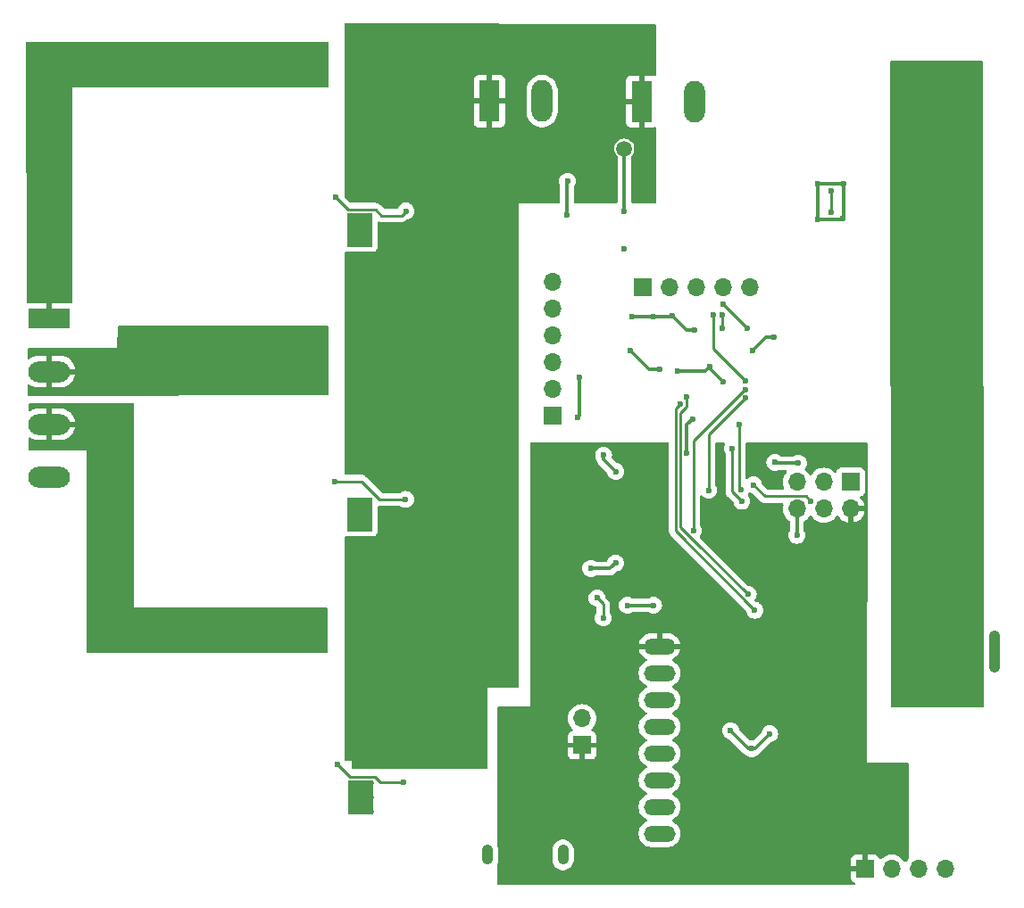
<source format=gbr>
%TF.GenerationSoftware,KiCad,Pcbnew,8.0.4*%
%TF.CreationDate,2025-10-24T14:41:15-04:00*%
%TF.ProjectId,Board,426f6172-642e-46b6-9963-61645f706362,rev?*%
%TF.SameCoordinates,Original*%
%TF.FileFunction,Copper,L2,Bot*%
%TF.FilePolarity,Positive*%
%FSLAX46Y46*%
G04 Gerber Fmt 4.6, Leading zero omitted, Abs format (unit mm)*
G04 Created by KiCad (PCBNEW 8.0.4) date 2025-10-24 14:41:15*
%MOMM*%
%LPD*%
G01*
G04 APERTURE LIST*
%TA.AperFunction,ComponentPad*%
%ADD10O,3.000000X1.500000*%
%TD*%
%TA.AperFunction,HeatsinkPad*%
%ADD11C,0.500000*%
%TD*%
%TA.AperFunction,HeatsinkPad*%
%ADD12R,2.400000X3.200000*%
%TD*%
%TA.AperFunction,ComponentPad*%
%ADD13R,1.700000X1.700000*%
%TD*%
%TA.AperFunction,ComponentPad*%
%ADD14O,1.700000X1.700000*%
%TD*%
%TA.AperFunction,ComponentPad*%
%ADD15C,1.500000*%
%TD*%
%TA.AperFunction,ComponentPad*%
%ADD16R,3.960000X1.980000*%
%TD*%
%TA.AperFunction,ComponentPad*%
%ADD17O,3.960000X1.980000*%
%TD*%
%TA.AperFunction,ComponentPad*%
%ADD18O,1.050000X1.900000*%
%TD*%
%TA.AperFunction,ComponentPad*%
%ADD19R,1.980000X3.960000*%
%TD*%
%TA.AperFunction,ComponentPad*%
%ADD20O,1.980000X3.960000*%
%TD*%
%TA.AperFunction,ViaPad*%
%ADD21C,0.600000*%
%TD*%
%TA.AperFunction,Conductor*%
%ADD22C,0.300000*%
%TD*%
%TA.AperFunction,Conductor*%
%ADD23C,1.000000*%
%TD*%
%TA.AperFunction,Conductor*%
%ADD24C,0.250000*%
%TD*%
G04 APERTURE END LIST*
D10*
%TO.P,ACC1,AD0,AD0*%
%TO.N,Net-(ACC1-PadAD0)*%
X140348400Y-123292600D03*
%TO.P,ACC1,GND,GND*%
%TO.N,GND*%
X140348400Y-110592600D03*
%TO.P,ACC1,INT,INT*%
%TO.N,/IMU_INT*%
X140348400Y-125832600D03*
%TO.P,ACC1,SCL,SCL*%
%TO.N,/SCL*%
X140348400Y-113132600D03*
%TO.P,ACC1,SDA,SDA*%
%TO.N,/SDA*%
X140348400Y-115672600D03*
%TO.P,ACC1,VCC,VCC*%
%TO.N,+5V*%
X140348400Y-108052600D03*
%TO.P,ACC1,XCL,XCL*%
%TO.N,unconnected-(ACC1-PadXCL)*%
X140348400Y-120752600D03*
%TO.P,ACC1,XDA,XDA*%
%TO.N,unconnected-(ACC1-PadXDA)*%
X140348400Y-118212600D03*
%TD*%
D11*
%TO.P,U4,9*%
%TO.N,GND*%
X111080000Y-121005000D03*
X111080000Y-122355000D03*
X111080000Y-123705000D03*
D12*
X112030000Y-122355000D03*
D11*
X112980000Y-121005000D03*
X112980000Y-122355000D03*
X112980000Y-123705000D03*
%TD*%
D13*
%TO.P,J8,1,Pin_1*%
%TO.N,+5V*%
X132990000Y-117420000D03*
D14*
%TO.P,J8,2,Pin_2*%
%TO.N,GND*%
X132990000Y-114880000D03*
%TD*%
D11*
%TO.P,U3,9*%
%TO.N,GND*%
X110940000Y-94150000D03*
X110940000Y-95500000D03*
X110940000Y-96850000D03*
D12*
X111890000Y-95500000D03*
D11*
X112840000Y-94150000D03*
X112840000Y-95500000D03*
X112840000Y-96850000D03*
%TD*%
D15*
%TO.P,.,3*%
%TO.N,GND*%
X136990000Y-60790000D03*
%TD*%
D13*
%TO.P,U2,1,VCC*%
%TO.N,+5V*%
X159850000Y-129140000D03*
D14*
%TO.P,U2,2,TRIG*%
%TO.N,/Ultra_TRIG*%
X162390000Y-129140000D03*
%TO.P,U2,3,ECHO*%
%TO.N,/Ultra_ECHO*%
X164930000Y-129140000D03*
%TO.P,U2,4,GND*%
%TO.N,GND*%
X167470000Y-129140000D03*
%TD*%
D13*
%TO.P,J1,1,Pin_1*%
%TO.N,/MISO*%
X158460000Y-92430000D03*
D14*
%TO.P,J1,2,Pin_2*%
%TO.N,+5V*%
X158460000Y-94970000D03*
%TO.P,J1,3,Pin_3*%
%TO.N,/SCK*%
X155920000Y-92430000D03*
%TO.P,J1,4,Pin_4*%
%TO.N,/MOSI*%
X155920000Y-94970000D03*
%TO.P,J1,5,Pin_5*%
%TO.N,/RESET*%
X153380000Y-92430000D03*
%TO.P,J1,6,Pin_6*%
%TO.N,GND*%
X153380000Y-94970000D03*
%TD*%
D11*
%TO.P,U6,9*%
%TO.N,GND*%
X110940000Y-67135000D03*
X110940000Y-68485000D03*
X110940000Y-69835000D03*
D12*
X111890000Y-68485000D03*
D11*
X112840000Y-67135000D03*
X112840000Y-68485000D03*
X112840000Y-69835000D03*
%TD*%
D16*
%TO.P,J7,1,Pin_1*%
%TO.N,+3V3*%
X82480000Y-76950000D03*
D17*
%TO.P,J7,2,Pin_2*%
%TO.N,+5VA*%
X82480000Y-81950000D03*
%TO.P,J7,3,Pin_3*%
%TO.N,+6V*%
X82480000Y-86950000D03*
%TO.P,J7,4,Pin_4*%
%TO.N,GND*%
X82480000Y-91950000D03*
%TD*%
D13*
%TO.P,J6,1,Pin_1*%
%TO.N,/A5*%
X130220000Y-86120000D03*
D14*
%TO.P,J6,2,Pin_2*%
%TO.N,/A4*%
X130220000Y-83580000D03*
%TO.P,J6,3,Pin_3*%
%TO.N,/A3*%
X130220000Y-81040000D03*
%TO.P,J6,4,Pin_4*%
%TO.N,/A2*%
X130220000Y-78500000D03*
%TO.P,J6,5,Pin_5*%
%TO.N,/A1*%
X130220000Y-75960000D03*
%TO.P,J6,6,Pin_6*%
%TO.N,/A0*%
X130220000Y-73420000D03*
%TD*%
D18*
%TO.P,J2,6,Shield*%
%TO.N,unconnected-(J2-Shield-Pad6)_1*%
X124035000Y-127830000D03*
%TO.N,unconnected-(J2-Shield-Pad6)*%
X131185000Y-127830000D03*
%TD*%
D13*
%TO.P,J4,1,Pin_1*%
%TO.N,/D10*%
X138770000Y-73950000D03*
D14*
%TO.P,J4,2,Pin_2*%
%TO.N,/D13*%
X141310000Y-73950000D03*
%TO.P,J4,3,Pin_3*%
%TO.N,/D0*%
X143850000Y-73950000D03*
%TO.P,J4,4,Pin_4*%
%TO.N,/D1*%
X146390000Y-73950000D03*
%TO.P,J4,5,Pin_5*%
%TO.N,/D4*%
X148930000Y-73950000D03*
%TD*%
D19*
%TO.P,J5,1,Pin_1*%
%TO.N,+7.4V*%
X138630000Y-56320000D03*
D20*
%TO.P,J5,2,Pin_2*%
%TO.N,GND*%
X143630000Y-56320000D03*
%TD*%
D19*
%TO.P,J3,1,Pin_1*%
%TO.N,+7.4V*%
X124200000Y-56280000D03*
D20*
%TO.P,J3,2,Pin_2*%
%TO.N,GND*%
X129200000Y-56280000D03*
%TD*%
D21*
%TO.N,GND*%
X151280000Y-90580000D03*
X137730000Y-76700000D03*
X155360000Y-64110000D03*
X142050000Y-81890000D03*
X136170000Y-100120000D03*
X139730000Y-76710000D03*
X145070000Y-81510000D03*
X137290000Y-104130000D03*
X172110000Y-107010000D03*
X140400000Y-81740000D03*
X136990000Y-66760000D03*
X141570000Y-76680000D03*
X155350000Y-67480000D03*
X142935000Y-89670000D03*
X132590000Y-86320000D03*
X135030000Y-89890000D03*
X139770000Y-104130000D03*
X143480000Y-86480000D03*
X150790000Y-116340000D03*
X132740000Y-82530000D03*
X133820000Y-100640000D03*
X153510000Y-90640000D03*
X131550000Y-67110000D03*
X157730000Y-67430000D03*
X149110000Y-117740000D03*
X146390000Y-82930000D03*
X157810000Y-64160000D03*
X136185000Y-91445000D03*
X136960000Y-70290000D03*
X149150000Y-79960000D03*
X151220000Y-78700000D03*
X153360000Y-97500000D03*
X131610000Y-63880000D03*
X137560000Y-79920000D03*
X143630000Y-77990000D03*
X147080000Y-116050000D03*
X172110000Y-109980000D03*
%TO.N,/SCL*%
X145000000Y-93210000D03*
X148480000Y-84450000D03*
%TO.N,+5V*%
X146087500Y-102887500D03*
X133830000Y-99290000D03*
X150990000Y-100910000D03*
X125670000Y-119120000D03*
X154500000Y-90000000D03*
X157300000Y-109840000D03*
%TO.N,/IMU_INT*%
X148140000Y-94260000D03*
X147230000Y-89240000D03*
%TO.N,/SDA*%
X148480000Y-83649997D03*
X143560000Y-97060000D03*
%TO.N,+7.4V*%
X118410000Y-69870000D03*
X117110000Y-118160000D03*
X117110000Y-119190000D03*
X117090000Y-90260000D03*
X115400000Y-65330000D03*
X116100000Y-91320000D03*
X116110000Y-118150000D03*
X116380000Y-63300000D03*
X118320000Y-96880000D03*
X116400000Y-64350000D03*
X117400000Y-64350000D03*
X115080000Y-92310000D03*
X114390000Y-65340000D03*
X117410000Y-65360000D03*
X117100000Y-91280000D03*
X115090000Y-119150000D03*
X114070000Y-119090000D03*
X116100000Y-92320000D03*
X117130000Y-117140000D03*
X117390000Y-63270000D03*
X120640000Y-119250000D03*
X116090000Y-90250000D03*
X117100000Y-92330000D03*
X116100000Y-117140000D03*
X114000000Y-92320000D03*
X116110000Y-119170000D03*
X116400000Y-65360000D03*
%TO.N,Net-(D28-K)*%
X116280000Y-66720000D03*
X109620000Y-65390000D03*
%TO.N,+3V3*%
X103580000Y-53780000D03*
X105240000Y-52350000D03*
X100430000Y-53860000D03*
X83870000Y-74085000D03*
X102060000Y-52380000D03*
X106680000Y-53720000D03*
X103600000Y-51140000D03*
X106790000Y-51060000D03*
X100470000Y-51090000D03*
%TO.N,Net-(D29-K)*%
X116270000Y-94080000D03*
X109580000Y-92360000D03*
%TO.N,Net-(D30-K)*%
X109785000Y-119245000D03*
X116095000Y-120945000D03*
%TO.N,+6V*%
X100190000Y-107610000D03*
X105250000Y-106190000D03*
X100220000Y-104780000D03*
X94510000Y-108230000D03*
X103680000Y-104740000D03*
X106680000Y-107620000D03*
X103580000Y-107620000D03*
X101940000Y-106250000D03*
X106760000Y-104760000D03*
%TO.N,/TXLED*%
X147860000Y-87015000D03*
X148050000Y-93135000D03*
%TO.N,Net-(D3-DIN)*%
X156590000Y-64760000D03*
X156590000Y-66820000D03*
%TO.N,/MOSI*%
X154664163Y-94230000D03*
X149250558Y-92699442D03*
%TO.N,/D0*%
X145449997Y-76555000D03*
X148480000Y-82849994D03*
%TO.N,/D1*%
X146368058Y-75568058D03*
X148625000Y-77825000D03*
%TO.N,/D4*%
X146250000Y-77805000D03*
X146250000Y-76555000D03*
%TO.N,/BUTTON*%
X135000000Y-105336062D03*
X134410608Y-103450608D03*
%TO.N,/Ultra_TRIG*%
X142938058Y-84388058D03*
X148745000Y-103100000D03*
%TO.N,/Ultra_ECHO*%
X142305168Y-85020947D03*
X149375000Y-104600000D03*
%TO.N,+5VA*%
X103610000Y-77970000D03*
X100240000Y-77990000D03*
X106700000Y-78000000D03*
X103620000Y-80890000D03*
X100260000Y-80840000D03*
X105260000Y-79460000D03*
X94660000Y-83780000D03*
X106630000Y-80820000D03*
X101940000Y-79490000D03*
%TO.N,+5VD*%
X164820000Y-64050000D03*
X164930000Y-58380000D03*
X168350000Y-64040000D03*
X168450000Y-91360000D03*
X162630000Y-109820000D03*
X168360000Y-58380000D03*
X164980000Y-52880000D03*
X164870000Y-80400000D03*
X168550000Y-113330000D03*
X162610000Y-65760000D03*
X165050000Y-107980000D03*
X168460000Y-85840000D03*
X164860000Y-69480000D03*
X165060000Y-113340000D03*
X168560000Y-102400000D03*
X168410000Y-80390000D03*
X168610000Y-107850000D03*
X168400000Y-75000000D03*
X168490000Y-52800000D03*
X165030000Y-96850000D03*
X168490000Y-96850000D03*
X164780000Y-74960000D03*
X164890000Y-85870000D03*
X164960000Y-91370000D03*
X168370000Y-69510000D03*
X165010000Y-102380000D03*
%TD*%
D22*
%TO.N,GND*%
X157810000Y-67350000D02*
X157810000Y-64160000D01*
X131550000Y-63940000D02*
X131550000Y-67110000D01*
X157730000Y-67430000D02*
X157640000Y-67520000D01*
X142880000Y-77990000D02*
X141570000Y-76680000D01*
X157730000Y-67430000D02*
X157810000Y-67350000D01*
X132590000Y-86320000D02*
X132740000Y-86170000D01*
X135650000Y-100640000D02*
X136170000Y-100120000D01*
X145070000Y-81610000D02*
X146390000Y-82930000D01*
X155350000Y-67480000D02*
X155350000Y-64120000D01*
X144690000Y-81890000D02*
X142050000Y-81890000D01*
X155350000Y-64120000D02*
X155360000Y-64110000D01*
X143630000Y-77990000D02*
X142880000Y-77990000D01*
X137290000Y-104130000D02*
X139770000Y-104130000D01*
X132740000Y-86170000D02*
X132740000Y-82530000D01*
X136185000Y-91445000D02*
X135030000Y-90290000D01*
X131610000Y-63880000D02*
X131550000Y-63940000D01*
D23*
X172110000Y-107010000D02*
X172110000Y-109980000D01*
D22*
X149110000Y-117740000D02*
X149390000Y-117740000D01*
X140400000Y-81740000D02*
X139380000Y-81740000D01*
X153360000Y-94990000D02*
X153380000Y-94970000D01*
X153360000Y-97500000D02*
X153360000Y-94990000D01*
X151280000Y-90580000D02*
X151340000Y-90640000D01*
X142935000Y-87025000D02*
X143480000Y-86480000D01*
X147080000Y-116050000D02*
X148770000Y-117740000D01*
X139730000Y-76710000D02*
X141540000Y-76710000D01*
X149390000Y-117740000D02*
X150790000Y-116340000D01*
X135030000Y-90290000D02*
X135030000Y-89890000D01*
X150410000Y-78700000D02*
X149150000Y-79960000D01*
X139380000Y-81740000D02*
X137560000Y-79920000D01*
X133820000Y-100640000D02*
X135650000Y-100640000D01*
X157760000Y-64110000D02*
X155360000Y-64110000D01*
X145070000Y-81510000D02*
X145070000Y-81610000D01*
X145070000Y-81510000D02*
X144690000Y-81890000D01*
X136990000Y-66760000D02*
X136990000Y-60790000D01*
X142935000Y-89670000D02*
X142935000Y-87025000D01*
X148770000Y-117740000D02*
X149110000Y-117740000D01*
X157640000Y-67520000D02*
X155390000Y-67520000D01*
X151340000Y-90640000D02*
X153510000Y-90640000D01*
X141540000Y-76710000D02*
X141570000Y-76680000D01*
X139730000Y-76710000D02*
X137740000Y-76710000D01*
X151220000Y-78700000D02*
X150410000Y-78700000D01*
X157810000Y-64160000D02*
X157760000Y-64110000D01*
X155390000Y-67520000D02*
X155350000Y-67480000D01*
X137740000Y-76710000D02*
X137730000Y-76700000D01*
D24*
%TO.N,/SCL*%
X148470000Y-84450000D02*
X148480000Y-84450000D01*
X145000000Y-87920000D02*
X148470000Y-84450000D01*
X145000000Y-93210000D02*
X145000000Y-87920000D01*
%TO.N,/IMU_INT*%
X147230000Y-89240000D02*
X147230000Y-93350000D01*
X147230000Y-93350000D02*
X148140000Y-94260000D01*
%TO.N,/SDA*%
X148396119Y-83649997D02*
X148480000Y-83649997D01*
X143560000Y-88486116D02*
X148396119Y-83649997D01*
X143560000Y-97060000D02*
X143560000Y-88486116D01*
%TO.N,Net-(D28-K)*%
X113985000Y-67130000D02*
X113415000Y-66560000D01*
X115870000Y-67130000D02*
X113985000Y-67130000D01*
X116280000Y-66720000D02*
X115870000Y-67130000D01*
X113415000Y-66560000D02*
X110790000Y-66560000D01*
X110790000Y-66560000D02*
X109620000Y-65390000D01*
%TO.N,Net-(D29-K)*%
X113770000Y-94090000D02*
X116260000Y-94090000D01*
X116260000Y-94090000D02*
X116270000Y-94080000D01*
X112040000Y-92360000D02*
X113770000Y-94090000D01*
X109580000Y-92360000D02*
X112040000Y-92360000D01*
%TO.N,Net-(D30-K)*%
X113890000Y-120930000D02*
X113390000Y-120430000D01*
X116095000Y-120945000D02*
X116080000Y-120930000D01*
X110970000Y-120430000D02*
X109785000Y-119245000D01*
X116080000Y-120930000D02*
X113890000Y-120930000D01*
X113390000Y-120430000D02*
X110970000Y-120430000D01*
%TO.N,/TXLED*%
X148050000Y-93135000D02*
X147880000Y-92965000D01*
X147880000Y-92965000D02*
X147880000Y-87035000D01*
X147880000Y-87035000D02*
X147860000Y-87015000D01*
%TO.N,Net-(D3-DIN)*%
X156590000Y-64760000D02*
X156590000Y-66820000D01*
%TO.N,/MOSI*%
X150346116Y-93795000D02*
X154229163Y-93795000D01*
X149250558Y-92699442D02*
X150346116Y-93795000D01*
X154229163Y-93795000D02*
X154664163Y-94230000D01*
%TO.N,/D0*%
X148479994Y-82849994D02*
X145449997Y-79819997D01*
X145449997Y-79819997D02*
X145449997Y-76555000D01*
X148480000Y-82849994D02*
X148479994Y-82849994D01*
%TO.N,/D1*%
X148625000Y-77825000D02*
X146368058Y-75568058D01*
%TO.N,/D4*%
X146250000Y-76555000D02*
X146250000Y-77805000D01*
%TO.N,/BUTTON*%
X135000000Y-105336062D02*
X135000000Y-104040000D01*
X135000000Y-104040000D02*
X134410608Y-103450608D01*
%TO.N,/Ultra_TRIG*%
X148720000Y-103100000D02*
X143660000Y-98040000D01*
X143660000Y-98040000D02*
X143656116Y-98040000D01*
X143656116Y-98040000D02*
X142310000Y-96693884D01*
X142310000Y-85899999D02*
X142938058Y-85271941D01*
X148745000Y-103100000D02*
X148720000Y-103100000D01*
X142938058Y-85271941D02*
X142938058Y-84388058D01*
X142310000Y-96693884D02*
X142310000Y-85899999D01*
%TO.N,/Ultra_ECHO*%
X141860000Y-97098884D02*
X141860000Y-85466115D01*
X141860000Y-85466115D02*
X142305168Y-85020947D01*
X149375000Y-104600000D02*
X149361116Y-104600000D01*
X149361116Y-104600000D02*
X141860000Y-97098884D01*
%TD*%
%TA.AperFunction,Conductor*%
%TO.N,+5VD*%
G36*
X170933261Y-52469685D02*
G01*
X170979016Y-52522489D01*
X170990222Y-52573778D01*
X171099777Y-113675918D01*
X171080212Y-113742992D01*
X171027491Y-113788842D01*
X170975918Y-113800140D01*
X162413999Y-113809859D01*
X162346937Y-113790250D01*
X162301122Y-113737498D01*
X162289858Y-113686002D01*
X162220142Y-52574141D01*
X162239750Y-52507080D01*
X162292502Y-52461264D01*
X162344142Y-52450000D01*
X170866222Y-52450000D01*
X170933261Y-52469685D01*
G37*
%TD.AperFunction*%
%TD*%
%TA.AperFunction,Conductor*%
%TO.N,+6V*%
G36*
X90405997Y-84969876D02*
G01*
X90473015Y-84989627D01*
X90518718Y-85042477D01*
X90529872Y-85094004D01*
X90509999Y-104380000D01*
X90510000Y-104379999D01*
X90510000Y-104380000D01*
X108756222Y-104370067D01*
X108823272Y-104389715D01*
X108869055Y-104442494D01*
X108880289Y-104493777D01*
X108889710Y-108525710D01*
X108870182Y-108592796D01*
X108817485Y-108638674D01*
X108765710Y-108650000D01*
X86134130Y-108650000D01*
X86067091Y-108630315D01*
X86021336Y-108577511D01*
X86010130Y-108525871D01*
X86016722Y-102206014D01*
X86030000Y-89480000D01*
X85948398Y-89479705D01*
X80603553Y-89460445D01*
X80536585Y-89440519D01*
X80491021Y-89387551D01*
X80480000Y-89336446D01*
X80480000Y-88301296D01*
X80499685Y-88234257D01*
X80552489Y-88188502D01*
X80621647Y-88178558D01*
X80676887Y-88200979D01*
X80709068Y-88224361D01*
X80918034Y-88330835D01*
X81141090Y-88403310D01*
X81372735Y-88440000D01*
X82230000Y-88440000D01*
X82230000Y-87560824D01*
X82287485Y-87584636D01*
X82414996Y-87610000D01*
X82545004Y-87610000D01*
X82672515Y-87584636D01*
X82730000Y-87560824D01*
X82730000Y-88440000D01*
X83587265Y-88440000D01*
X83818909Y-88403310D01*
X84041965Y-88330835D01*
X84250930Y-88224361D01*
X84440672Y-88086505D01*
X84606505Y-87920672D01*
X84744361Y-87730930D01*
X84850835Y-87521963D01*
X84923311Y-87298906D01*
X84923311Y-87298905D01*
X84938977Y-87200000D01*
X83090825Y-87200000D01*
X83114636Y-87142515D01*
X83140000Y-87015004D01*
X83140000Y-86884996D01*
X83114636Y-86757485D01*
X83090825Y-86700000D01*
X84938977Y-86700000D01*
X84923311Y-86601094D01*
X84923311Y-86601093D01*
X84850835Y-86378036D01*
X84744361Y-86169069D01*
X84606505Y-85979327D01*
X84440672Y-85813494D01*
X84250930Y-85675638D01*
X84041965Y-85569164D01*
X83818909Y-85496689D01*
X83587265Y-85460000D01*
X82730000Y-85460000D01*
X82730000Y-86339175D01*
X82672515Y-86315364D01*
X82545004Y-86290000D01*
X82414996Y-86290000D01*
X82287485Y-86315364D01*
X82230000Y-86339175D01*
X82230000Y-85460000D01*
X81372735Y-85460000D01*
X81141090Y-85496689D01*
X80918034Y-85569164D01*
X80709066Y-85675640D01*
X80676885Y-85699021D01*
X80611079Y-85722501D01*
X80543025Y-85706675D01*
X80494330Y-85656570D01*
X80480000Y-85598703D01*
X80480000Y-85084123D01*
X80499685Y-85017084D01*
X80552489Y-84971329D01*
X80604120Y-84960123D01*
X90405997Y-84969876D01*
G37*
%TD.AperFunction*%
%TD*%
%TA.AperFunction,Conductor*%
%TO.N,+3V3*%
G36*
X108863003Y-50639704D02*
G01*
X108908776Y-50692492D01*
X108920000Y-50744043D01*
X108920000Y-54885743D01*
X108900315Y-54952782D01*
X108847511Y-54998537D01*
X108795744Y-55009743D01*
X84670000Y-54959999D01*
X84669999Y-54960000D01*
X84652379Y-75337601D01*
X84632636Y-75404624D01*
X84579793Y-75450333D01*
X84515129Y-75460784D01*
X84507840Y-75460000D01*
X82730000Y-75460000D01*
X82730000Y-76339175D01*
X82672515Y-76315364D01*
X82545004Y-76290000D01*
X82414996Y-76290000D01*
X82287485Y-76315364D01*
X82230000Y-76339175D01*
X82230000Y-75460000D01*
X80452166Y-75460000D01*
X80430149Y-75462367D01*
X80361389Y-75449960D01*
X80310253Y-75402348D01*
X80292896Y-75339395D01*
X80230316Y-50754270D01*
X80249830Y-50687182D01*
X80302518Y-50641293D01*
X80354269Y-50629956D01*
X108795957Y-50620043D01*
X108863003Y-50639704D01*
G37*
%TD.AperFunction*%
%TD*%
%TA.AperFunction,Conductor*%
%TO.N,+7.4V*%
G36*
X139886721Y-48979499D02*
G01*
X139953680Y-48999456D01*
X139999220Y-49052445D01*
X140010217Y-49103279D01*
X140018473Y-53776161D01*
X139998907Y-53843235D01*
X139946184Y-53889083D01*
X139877043Y-53899149D01*
X139851141Y-53892562D01*
X139727382Y-53846403D01*
X139727372Y-53846401D01*
X139667844Y-53840000D01*
X138880000Y-53840000D01*
X138880000Y-55709175D01*
X138822515Y-55685364D01*
X138695004Y-55660000D01*
X138564996Y-55660000D01*
X138437485Y-55685364D01*
X138380000Y-55709175D01*
X138380000Y-53840000D01*
X137592155Y-53840000D01*
X137532627Y-53846401D01*
X137532620Y-53846403D01*
X137397913Y-53896645D01*
X137397906Y-53896649D01*
X137282812Y-53982809D01*
X137282809Y-53982812D01*
X137196649Y-54097906D01*
X137196645Y-54097913D01*
X137146403Y-54232620D01*
X137146401Y-54232627D01*
X137140000Y-54292155D01*
X137140000Y-56070000D01*
X138019175Y-56070000D01*
X137995364Y-56127485D01*
X137970000Y-56254996D01*
X137970000Y-56385004D01*
X137995364Y-56512515D01*
X138019175Y-56570000D01*
X137140000Y-56570000D01*
X137140000Y-58347844D01*
X137146401Y-58407372D01*
X137146403Y-58407379D01*
X137196645Y-58542086D01*
X137196649Y-58542093D01*
X137282809Y-58657187D01*
X137282812Y-58657190D01*
X137397906Y-58743350D01*
X137397913Y-58743354D01*
X137532620Y-58793596D01*
X137532627Y-58793598D01*
X137592155Y-58799999D01*
X137592172Y-58800000D01*
X138380000Y-58800000D01*
X138380000Y-56930824D01*
X138437485Y-56954636D01*
X138564996Y-56980000D01*
X138695004Y-56980000D01*
X138822515Y-56954636D01*
X138880000Y-56930824D01*
X138880000Y-58800000D01*
X139667828Y-58800000D01*
X139667844Y-58799999D01*
X139727372Y-58793598D01*
X139727379Y-58793596D01*
X139860121Y-58744087D01*
X139929812Y-58739103D01*
X139991135Y-58772588D01*
X140024620Y-58833911D01*
X140027454Y-58860050D01*
X140036008Y-63700745D01*
X140039005Y-65397031D01*
X140039781Y-65835781D01*
X140020215Y-65902855D01*
X139967492Y-65948703D01*
X139915781Y-65960000D01*
X137764500Y-65960000D01*
X137697461Y-65940315D01*
X137651706Y-65887511D01*
X137640500Y-65836000D01*
X137640500Y-61540012D01*
X137660185Y-61472973D01*
X137668633Y-61461364D01*
X137784136Y-61320625D01*
X137872396Y-61155501D01*
X137926747Y-60976331D01*
X137945099Y-60790000D01*
X137926747Y-60603669D01*
X137872396Y-60424499D01*
X137784136Y-60259375D01*
X137784135Y-60259373D01*
X137665357Y-60114642D01*
X137520626Y-59995864D01*
X137520623Y-59995862D01*
X137355502Y-59907604D01*
X137176333Y-59853253D01*
X137176331Y-59853252D01*
X136990000Y-59834901D01*
X136803668Y-59853252D01*
X136803666Y-59853253D01*
X136624497Y-59907604D01*
X136459376Y-59995862D01*
X136459373Y-59995864D01*
X136314642Y-60114642D01*
X136195864Y-60259373D01*
X136195862Y-60259376D01*
X136107604Y-60424497D01*
X136053253Y-60603666D01*
X136053252Y-60603668D01*
X136034901Y-60790000D01*
X136053252Y-60976331D01*
X136053253Y-60976333D01*
X136107604Y-61155502D01*
X136195862Y-61320622D01*
X136195864Y-61320625D01*
X136311354Y-61461350D01*
X136338666Y-61525656D01*
X136339500Y-61540012D01*
X136339500Y-65836000D01*
X136319815Y-65903039D01*
X136267011Y-65948794D01*
X136215500Y-65960000D01*
X132324500Y-65960000D01*
X132257461Y-65940315D01*
X132211706Y-65887511D01*
X132200500Y-65836000D01*
X132200500Y-64472940D01*
X132220185Y-64405901D01*
X132236819Y-64385259D01*
X132239816Y-64382262D01*
X132335789Y-64229522D01*
X132395368Y-64059255D01*
X132415565Y-63880000D01*
X132395368Y-63700745D01*
X132335789Y-63530478D01*
X132239816Y-63377738D01*
X132112262Y-63250184D01*
X131959523Y-63154211D01*
X131789254Y-63094631D01*
X131789249Y-63094630D01*
X131610004Y-63074435D01*
X131609996Y-63074435D01*
X131430750Y-63094630D01*
X131430745Y-63094631D01*
X131260476Y-63154211D01*
X131107737Y-63250184D01*
X130980184Y-63377737D01*
X130884211Y-63530476D01*
X130824631Y-63700745D01*
X130824630Y-63700750D01*
X130804435Y-63879996D01*
X130804435Y-63880003D01*
X130824630Y-64059249D01*
X130824631Y-64059254D01*
X130884211Y-64229523D01*
X130887216Y-64235761D01*
X130899500Y-64289571D01*
X130899500Y-65836000D01*
X130879815Y-65903039D01*
X130827011Y-65948794D01*
X130775500Y-65960000D01*
X127020000Y-65960000D01*
X126990081Y-111875664D01*
X126970353Y-111942690D01*
X126917519Y-111988411D01*
X126865665Y-111999582D01*
X124010000Y-111989999D01*
X124010000Y-119516000D01*
X123990315Y-119583039D01*
X123937511Y-119628794D01*
X123886000Y-119640000D01*
X111234000Y-119640000D01*
X111166961Y-119620315D01*
X111121206Y-119567511D01*
X111110000Y-119516000D01*
X111110000Y-118900000D01*
X110584035Y-118900000D01*
X110516996Y-118880315D01*
X110471241Y-118827511D01*
X110460035Y-118775965D01*
X110461973Y-111989999D01*
X110466048Y-97719575D01*
X110485751Y-97652545D01*
X110538568Y-97606805D01*
X110603301Y-97596325D01*
X110642127Y-97600500D01*
X110890886Y-97600499D01*
X110904772Y-97601279D01*
X110940000Y-97605249D01*
X110975228Y-97601279D01*
X110989114Y-97600499D01*
X112790882Y-97600499D01*
X112804765Y-97601278D01*
X112817136Y-97602672D01*
X112839999Y-97605249D01*
X112840000Y-97605249D01*
X112840001Y-97605249D01*
X112860661Y-97602920D01*
X112875233Y-97601278D01*
X112889117Y-97600499D01*
X113137871Y-97600499D01*
X113137872Y-97600499D01*
X113197483Y-97594091D01*
X113332331Y-97543796D01*
X113447546Y-97457546D01*
X113533796Y-97342331D01*
X113584091Y-97207483D01*
X113590500Y-97147873D01*
X113590499Y-96899112D01*
X113591279Y-96885226D01*
X113595249Y-96849999D01*
X113591279Y-96814772D01*
X113590499Y-96800886D01*
X113590499Y-95549115D01*
X113591279Y-95535229D01*
X113595249Y-95500000D01*
X113595249Y-95499999D01*
X113591279Y-95464768D01*
X113590499Y-95450883D01*
X113590499Y-94839500D01*
X113610184Y-94772461D01*
X113662988Y-94726706D01*
X113714499Y-94715500D01*
X115741060Y-94715500D01*
X115807031Y-94734505D01*
X115920478Y-94805789D01*
X116016819Y-94839500D01*
X116090745Y-94865368D01*
X116090750Y-94865369D01*
X116269996Y-94885565D01*
X116270000Y-94885565D01*
X116270004Y-94885565D01*
X116449249Y-94865369D01*
X116449252Y-94865368D01*
X116449255Y-94865368D01*
X116619522Y-94805789D01*
X116772262Y-94709816D01*
X116899816Y-94582262D01*
X116995789Y-94429522D01*
X117055368Y-94259255D01*
X117075565Y-94080000D01*
X117055368Y-93900745D01*
X116995789Y-93730478D01*
X116899816Y-93577738D01*
X116772262Y-93450184D01*
X116763717Y-93444815D01*
X116619523Y-93354211D01*
X116449254Y-93294631D01*
X116449249Y-93294630D01*
X116270004Y-93274435D01*
X116269996Y-93274435D01*
X116090750Y-93294630D01*
X116090745Y-93294631D01*
X115920476Y-93354211D01*
X115775202Y-93445494D01*
X115709230Y-93464500D01*
X114080453Y-93464500D01*
X114013414Y-93444815D01*
X113992772Y-93428181D01*
X112532928Y-91968338D01*
X112532925Y-91968334D01*
X112532925Y-91968335D01*
X112525858Y-91961268D01*
X112525858Y-91961267D01*
X112438733Y-91874142D01*
X112438732Y-91874141D01*
X112438731Y-91874140D01*
X112387509Y-91839915D01*
X112336287Y-91805689D01*
X112336286Y-91805688D01*
X112336283Y-91805686D01*
X112336280Y-91805685D01*
X112255792Y-91772347D01*
X112222453Y-91758537D01*
X112212427Y-91756543D01*
X112162029Y-91746518D01*
X112101610Y-91734500D01*
X112101607Y-91734500D01*
X112101606Y-91734500D01*
X110591792Y-91734500D01*
X110524753Y-91714815D01*
X110478998Y-91662011D01*
X110467792Y-91610467D01*
X110473762Y-70705405D01*
X110493465Y-70638375D01*
X110546282Y-70592635D01*
X110611016Y-70582155D01*
X110642127Y-70585500D01*
X110890886Y-70585499D01*
X110904772Y-70586279D01*
X110940000Y-70590249D01*
X110975228Y-70586279D01*
X110989114Y-70585499D01*
X112790882Y-70585499D01*
X112804765Y-70586278D01*
X112817136Y-70587672D01*
X112839999Y-70590249D01*
X112840000Y-70590249D01*
X112840001Y-70590249D01*
X112860661Y-70587920D01*
X112875233Y-70586278D01*
X112889117Y-70585499D01*
X113137871Y-70585499D01*
X113137872Y-70585499D01*
X113197483Y-70579091D01*
X113332331Y-70528796D01*
X113447546Y-70442546D01*
X113533796Y-70327331D01*
X113584091Y-70192483D01*
X113590500Y-70132873D01*
X113590499Y-69884112D01*
X113591279Y-69870226D01*
X113595249Y-69834999D01*
X113591279Y-69799772D01*
X113590499Y-69785886D01*
X113590499Y-68534115D01*
X113591279Y-68520229D01*
X113595249Y-68485000D01*
X113595249Y-68484999D01*
X113591279Y-68449768D01*
X113590499Y-68435883D01*
X113590499Y-67829208D01*
X113610184Y-67762169D01*
X113662988Y-67716414D01*
X113732146Y-67706470D01*
X113761946Y-67714645D01*
X113802548Y-67731463D01*
X113923389Y-67755499D01*
X113923393Y-67755500D01*
X113923394Y-67755500D01*
X115931608Y-67755500D01*
X115931608Y-67755499D01*
X116010457Y-67739816D01*
X116010458Y-67739816D01*
X116031745Y-67735581D01*
X116052452Y-67731463D01*
X116100731Y-67711465D01*
X116166286Y-67684312D01*
X116232189Y-67640276D01*
X116268733Y-67615858D01*
X116338381Y-67546209D01*
X116399702Y-67512726D01*
X116412165Y-67510673D01*
X116459255Y-67505368D01*
X116629522Y-67445789D01*
X116782262Y-67349816D01*
X116909816Y-67222262D01*
X117005789Y-67069522D01*
X117065368Y-66899255D01*
X117071584Y-66844090D01*
X117085565Y-66720003D01*
X117085565Y-66719996D01*
X117065369Y-66540750D01*
X117065368Y-66540745D01*
X117023626Y-66421454D01*
X117005789Y-66370478D01*
X116909816Y-66217738D01*
X116782262Y-66090184D01*
X116693182Y-66034211D01*
X116629523Y-65994211D01*
X116459254Y-65934631D01*
X116459249Y-65934630D01*
X116280004Y-65914435D01*
X116279996Y-65914435D01*
X116100750Y-65934630D01*
X116100745Y-65934631D01*
X115930476Y-65994211D01*
X115777737Y-66090184D01*
X115650184Y-66217737D01*
X115554211Y-66370476D01*
X115536374Y-66421454D01*
X115495652Y-66478230D01*
X115430700Y-66503978D01*
X115419332Y-66504500D01*
X114295453Y-66504500D01*
X114228414Y-66484815D01*
X114207772Y-66468181D01*
X113907928Y-66168338D01*
X113907925Y-66168334D01*
X113907925Y-66168335D01*
X113900858Y-66161268D01*
X113900858Y-66161267D01*
X113813733Y-66074142D01*
X113753972Y-66034211D01*
X113753973Y-66034211D01*
X113753971Y-66034209D01*
X113711290Y-66005690D01*
X113711286Y-66005688D01*
X113683577Y-65994211D01*
X113630792Y-65972347D01*
X113597453Y-65958537D01*
X113587427Y-65956543D01*
X113537029Y-65946518D01*
X113476610Y-65934500D01*
X113476607Y-65934500D01*
X113476606Y-65934500D01*
X111100452Y-65934500D01*
X111033413Y-65914815D01*
X111012771Y-65898181D01*
X110511621Y-65397031D01*
X110478136Y-65335708D01*
X110475302Y-65309323D01*
X110478460Y-54252155D01*
X122710000Y-54252155D01*
X122710000Y-56030000D01*
X123589175Y-56030000D01*
X123565364Y-56087485D01*
X123540000Y-56214996D01*
X123540000Y-56345004D01*
X123565364Y-56472515D01*
X123589175Y-56530000D01*
X122710000Y-56530000D01*
X122710000Y-58307844D01*
X122716401Y-58367372D01*
X122716403Y-58367379D01*
X122766645Y-58502086D01*
X122766649Y-58502093D01*
X122852809Y-58617187D01*
X122852812Y-58617190D01*
X122967906Y-58703350D01*
X122967913Y-58703354D01*
X123102620Y-58753596D01*
X123102627Y-58753598D01*
X123162155Y-58759999D01*
X123162172Y-58760000D01*
X123950000Y-58760000D01*
X123950000Y-56890824D01*
X124007485Y-56914636D01*
X124134996Y-56940000D01*
X124265004Y-56940000D01*
X124392515Y-56914636D01*
X124450000Y-56890824D01*
X124450000Y-58760000D01*
X125237828Y-58760000D01*
X125237844Y-58759999D01*
X125297372Y-58753598D01*
X125297379Y-58753596D01*
X125432086Y-58703354D01*
X125432093Y-58703350D01*
X125547187Y-58617190D01*
X125547190Y-58617187D01*
X125633350Y-58502093D01*
X125633354Y-58502086D01*
X125683596Y-58367379D01*
X125683598Y-58367372D01*
X125689999Y-58307844D01*
X125690000Y-58307827D01*
X125690000Y-56530000D01*
X124810825Y-56530000D01*
X124834636Y-56472515D01*
X124860000Y-56345004D01*
X124860000Y-56214996D01*
X124834636Y-56087485D01*
X124810825Y-56030000D01*
X125690000Y-56030000D01*
X125690000Y-55172695D01*
X127709500Y-55172695D01*
X127709500Y-57387304D01*
X127746201Y-57619027D01*
X127818697Y-57842150D01*
X127925212Y-58051195D01*
X128063104Y-58240989D01*
X128063108Y-58240994D01*
X128229005Y-58406891D01*
X128229010Y-58406895D01*
X128360031Y-58502086D01*
X128418808Y-58544790D01*
X128560895Y-58617187D01*
X128627849Y-58651302D01*
X128739410Y-58687550D01*
X128850974Y-58723799D01*
X129082695Y-58760500D01*
X129082696Y-58760500D01*
X129317304Y-58760500D01*
X129317305Y-58760500D01*
X129549026Y-58723799D01*
X129772153Y-58651301D01*
X129981192Y-58544790D01*
X130170996Y-58406890D01*
X130336890Y-58240996D01*
X130474790Y-58051192D01*
X130581301Y-57842153D01*
X130653799Y-57619026D01*
X130690500Y-57387305D01*
X130690500Y-55172695D01*
X130653799Y-54940974D01*
X130581301Y-54717847D01*
X130474790Y-54508808D01*
X130457171Y-54484558D01*
X130336895Y-54319010D01*
X130336891Y-54319005D01*
X130170994Y-54153108D01*
X130170989Y-54153104D01*
X129981195Y-54015212D01*
X129981194Y-54015211D01*
X129981192Y-54015210D01*
X129876672Y-53961954D01*
X129772150Y-53908697D01*
X129549027Y-53836201D01*
X129433165Y-53817850D01*
X129317305Y-53799500D01*
X129082695Y-53799500D01*
X129005454Y-53811733D01*
X128850972Y-53836201D01*
X128627849Y-53908697D01*
X128418804Y-54015212D01*
X128229010Y-54153104D01*
X128229005Y-54153108D01*
X128063108Y-54319005D01*
X128063104Y-54319010D01*
X127925212Y-54508804D01*
X127818697Y-54717849D01*
X127746201Y-54940972D01*
X127709500Y-55172695D01*
X125690000Y-55172695D01*
X125690000Y-54252172D01*
X125689999Y-54252155D01*
X125683598Y-54192627D01*
X125683596Y-54192620D01*
X125633354Y-54057913D01*
X125633350Y-54057906D01*
X125547190Y-53942812D01*
X125547187Y-53942809D01*
X125432093Y-53856649D01*
X125432086Y-53856645D01*
X125297379Y-53806403D01*
X125297372Y-53806401D01*
X125237844Y-53800000D01*
X124450000Y-53800000D01*
X124450000Y-55669175D01*
X124392515Y-55645364D01*
X124265004Y-55620000D01*
X124134996Y-55620000D01*
X124007485Y-55645364D01*
X123950000Y-55669175D01*
X123950000Y-53800000D01*
X123162155Y-53800000D01*
X123102627Y-53806401D01*
X123102620Y-53806403D01*
X122967913Y-53856645D01*
X122967906Y-53856649D01*
X122852812Y-53942809D01*
X122852809Y-53942812D01*
X122766649Y-54057906D01*
X122766645Y-54057913D01*
X122716403Y-54192620D01*
X122716401Y-54192627D01*
X122710000Y-54252155D01*
X110478460Y-54252155D01*
X110479964Y-48984467D01*
X110499668Y-48917435D01*
X110552485Y-48871695D01*
X110604464Y-48860505D01*
X139886721Y-48979499D01*
G37*
%TD.AperFunction*%
%TD*%
%TA.AperFunction,Conductor*%
%TO.N,+5V*%
G36*
X141110581Y-88683066D02*
G01*
X141177605Y-88702791D01*
X141223327Y-88755624D01*
X141234500Y-88807065D01*
X141234500Y-97160495D01*
X141258535Y-97281328D01*
X141258540Y-97281345D01*
X141305685Y-97395165D01*
X141305690Y-97395174D01*
X141334666Y-97438538D01*
X141334667Y-97438539D01*
X141374141Y-97497616D01*
X141374144Y-97497620D01*
X141465586Y-97589062D01*
X141465608Y-97589082D01*
X148550550Y-104674024D01*
X148584035Y-104735347D01*
X148586089Y-104747820D01*
X148589630Y-104779249D01*
X148649210Y-104949521D01*
X148672471Y-104986540D01*
X148745184Y-105102262D01*
X148872738Y-105229816D01*
X149025478Y-105325789D01*
X149195745Y-105385368D01*
X149195750Y-105385369D01*
X149374996Y-105405565D01*
X149375000Y-105405565D01*
X149375004Y-105405565D01*
X149554249Y-105385369D01*
X149554252Y-105385368D01*
X149554255Y-105385368D01*
X149724522Y-105325789D01*
X149877262Y-105229816D01*
X150004816Y-105102262D01*
X150100789Y-104949522D01*
X150160368Y-104779255D01*
X150160369Y-104779249D01*
X150180565Y-104600003D01*
X150180565Y-104599996D01*
X150160369Y-104420750D01*
X150160368Y-104420745D01*
X150121356Y-104309255D01*
X150100789Y-104250478D01*
X150004816Y-104097738D01*
X149877262Y-103970184D01*
X149774420Y-103905564D01*
X149724521Y-103874210D01*
X149554249Y-103814630D01*
X149491526Y-103807563D01*
X149427113Y-103780496D01*
X149417730Y-103772024D01*
X149395791Y-103750085D01*
X149362306Y-103688762D01*
X149367290Y-103619070D01*
X149378475Y-103596437D01*
X149470789Y-103449522D01*
X149530368Y-103279255D01*
X149531258Y-103271358D01*
X149550565Y-103100003D01*
X149550565Y-103099996D01*
X149530369Y-102920750D01*
X149530368Y-102920745D01*
X149470788Y-102750476D01*
X149374815Y-102597737D01*
X149247262Y-102470184D01*
X149094521Y-102374210D01*
X148924249Y-102314630D01*
X148849001Y-102306152D01*
X148784587Y-102279085D01*
X148775204Y-102270613D01*
X146494091Y-99989500D01*
X144212289Y-97707699D01*
X144178805Y-97646377D01*
X144183789Y-97576685D01*
X144194978Y-97554046D01*
X144285788Y-97409524D01*
X144285789Y-97409522D01*
X144345368Y-97239255D01*
X144354242Y-97160495D01*
X144365565Y-97060003D01*
X144365565Y-97059996D01*
X144345369Y-96880750D01*
X144345368Y-96880745D01*
X144285788Y-96710476D01*
X144204506Y-96581117D01*
X144185500Y-96515145D01*
X144185500Y-93826940D01*
X144205185Y-93759901D01*
X144257989Y-93714146D01*
X144327147Y-93704202D01*
X144390703Y-93733227D01*
X144397181Y-93739259D01*
X144497738Y-93839816D01*
X144562227Y-93880337D01*
X144643661Y-93931506D01*
X144650478Y-93935789D01*
X144820745Y-93995368D01*
X144820750Y-93995369D01*
X144999996Y-94015565D01*
X145000000Y-94015565D01*
X145000004Y-94015565D01*
X145179249Y-93995369D01*
X145179252Y-93995368D01*
X145179255Y-93995368D01*
X145349522Y-93935789D01*
X145502262Y-93839816D01*
X145629816Y-93712262D01*
X145725789Y-93559522D01*
X145785368Y-93389255D01*
X145785568Y-93387482D01*
X145805565Y-93210003D01*
X145805565Y-93209996D01*
X145785369Y-93030750D01*
X145785368Y-93030745D01*
X145725788Y-92860476D01*
X145644506Y-92731117D01*
X145625500Y-92665145D01*
X145625500Y-88809962D01*
X145645185Y-88742923D01*
X145697989Y-88697168D01*
X145749573Y-88685962D01*
X146408176Y-88686374D01*
X146475201Y-88706099D01*
X146520922Y-88758932D01*
X146530823Y-88828097D01*
X146513092Y-88876341D01*
X146504212Y-88890473D01*
X146444631Y-89060745D01*
X146444630Y-89060750D01*
X146424435Y-89239996D01*
X146424435Y-89240003D01*
X146444630Y-89419249D01*
X146444631Y-89419254D01*
X146504211Y-89589524D01*
X146585493Y-89718881D01*
X146604500Y-89784854D01*
X146604500Y-93411606D01*
X146623332Y-93506286D01*
X146623332Y-93506288D01*
X146628535Y-93532444D01*
X146628536Y-93532446D01*
X146628537Y-93532451D01*
X146660820Y-93610391D01*
X146675688Y-93646287D01*
X146694396Y-93674283D01*
X146694397Y-93674285D01*
X146744140Y-93748731D01*
X146744141Y-93748732D01*
X146744142Y-93748733D01*
X146831267Y-93835858D01*
X146831268Y-93835858D01*
X146838335Y-93842925D01*
X146838334Y-93842925D01*
X146838338Y-93842928D01*
X147313787Y-94318378D01*
X147347272Y-94379701D01*
X147349326Y-94392174D01*
X147354630Y-94439249D01*
X147354631Y-94439254D01*
X147354632Y-94439255D01*
X147362538Y-94461849D01*
X147414210Y-94609521D01*
X147447809Y-94662993D01*
X147510184Y-94762262D01*
X147637738Y-94889816D01*
X147790478Y-94985789D01*
X147933476Y-95035826D01*
X147960745Y-95045368D01*
X147960750Y-95045369D01*
X148139996Y-95065565D01*
X148140000Y-95065565D01*
X148140004Y-95065565D01*
X148319249Y-95045369D01*
X148319252Y-95045368D01*
X148319255Y-95045368D01*
X148489522Y-94985789D01*
X148642262Y-94889816D01*
X148769816Y-94762262D01*
X148865789Y-94609522D01*
X148925368Y-94439255D01*
X148927481Y-94420500D01*
X148945565Y-94260003D01*
X148945565Y-94259996D01*
X148925369Y-94080750D01*
X148925368Y-94080745D01*
X148865789Y-93910478D01*
X148769816Y-93757738D01*
X148737979Y-93725901D01*
X148704494Y-93664578D01*
X148709478Y-93594886D01*
X148720662Y-93572255D01*
X148775789Y-93484522D01*
X148775790Y-93484518D01*
X148776292Y-93483720D01*
X148828627Y-93437429D01*
X148897680Y-93426781D01*
X148922241Y-93432651D01*
X149071295Y-93484808D01*
X149071300Y-93484809D01*
X149071303Y-93484810D01*
X149118381Y-93490114D01*
X149182794Y-93517179D01*
X149192179Y-93525653D01*
X149857132Y-94190606D01*
X149857161Y-94190637D01*
X149947380Y-94280856D01*
X149947383Y-94280858D01*
X149998606Y-94315084D01*
X150049830Y-94349312D01*
X150130323Y-94382652D01*
X150163664Y-94396463D01*
X150224087Y-94408481D01*
X150284509Y-94420500D01*
X150284510Y-94420500D01*
X151967497Y-94420500D01*
X152034536Y-94440185D01*
X152080291Y-94492989D01*
X152090235Y-94562147D01*
X152087272Y-94576593D01*
X152044938Y-94734586D01*
X152044936Y-94734596D01*
X152024341Y-94969999D01*
X152024341Y-94970000D01*
X152044936Y-95205403D01*
X152044938Y-95205413D01*
X152106094Y-95433655D01*
X152106096Y-95433659D01*
X152106097Y-95433663D01*
X152186004Y-95605023D01*
X152205965Y-95647830D01*
X152205967Y-95647834D01*
X152314281Y-95802521D01*
X152341505Y-95841401D01*
X152508599Y-96008495D01*
X152656624Y-96112143D01*
X152700248Y-96166719D01*
X152709500Y-96213717D01*
X152709500Y-96994931D01*
X152690494Y-97060903D01*
X152634211Y-97150477D01*
X152634209Y-97150481D01*
X152574633Y-97320737D01*
X152574630Y-97320750D01*
X152554435Y-97499996D01*
X152554435Y-97500003D01*
X152574630Y-97679249D01*
X152574631Y-97679254D01*
X152634211Y-97849523D01*
X152730184Y-98002262D01*
X152857738Y-98129816D01*
X153010478Y-98225789D01*
X153180745Y-98285368D01*
X153180750Y-98285369D01*
X153359996Y-98305565D01*
X153360000Y-98305565D01*
X153360004Y-98305565D01*
X153539249Y-98285369D01*
X153539252Y-98285368D01*
X153539255Y-98285368D01*
X153709522Y-98225789D01*
X153862262Y-98129816D01*
X153989816Y-98002262D01*
X154085789Y-97849522D01*
X154145368Y-97679255D01*
X154145369Y-97679249D01*
X154165565Y-97500003D01*
X154165565Y-97499996D01*
X154145369Y-97320750D01*
X154145366Y-97320737D01*
X154085790Y-97150481D01*
X154085789Y-97150478D01*
X154064008Y-97115814D01*
X154029506Y-97060903D01*
X154010500Y-96994931D01*
X154010500Y-96241726D01*
X154030185Y-96174687D01*
X154063377Y-96140151D01*
X154103378Y-96112142D01*
X154251401Y-96008495D01*
X154418495Y-95841401D01*
X154548425Y-95655842D01*
X154603002Y-95612217D01*
X154672500Y-95605023D01*
X154734855Y-95636546D01*
X154751575Y-95655842D01*
X154881500Y-95841395D01*
X154881505Y-95841401D01*
X155048599Y-96008495D01*
X155145384Y-96076265D01*
X155242165Y-96144032D01*
X155242167Y-96144033D01*
X155242170Y-96144035D01*
X155456337Y-96243903D01*
X155684592Y-96305063D01*
X155872918Y-96321539D01*
X155919999Y-96325659D01*
X155920000Y-96325659D01*
X155920001Y-96325659D01*
X155959234Y-96322226D01*
X156155408Y-96305063D01*
X156383663Y-96243903D01*
X156597830Y-96144035D01*
X156791401Y-96008495D01*
X156958495Y-95841401D01*
X157088730Y-95655405D01*
X157143307Y-95611781D01*
X157212805Y-95604587D01*
X157275160Y-95636110D01*
X157291879Y-95655405D01*
X157421890Y-95841078D01*
X157588917Y-96008105D01*
X157782421Y-96143600D01*
X157996507Y-96243429D01*
X157996516Y-96243433D01*
X158210000Y-96300634D01*
X158210000Y-95403012D01*
X158267007Y-95435925D01*
X158394174Y-95470000D01*
X158525826Y-95470000D01*
X158652993Y-95435925D01*
X158710000Y-95403012D01*
X158710000Y-96300633D01*
X158923483Y-96243433D01*
X158923492Y-96243429D01*
X159137578Y-96143600D01*
X159331082Y-96008105D01*
X159498105Y-95841082D01*
X159633600Y-95647578D01*
X159733429Y-95433492D01*
X159733432Y-95433486D01*
X159790636Y-95220000D01*
X158893012Y-95220000D01*
X158925925Y-95162993D01*
X158960000Y-95035826D01*
X158960000Y-94904174D01*
X158925925Y-94777007D01*
X158893012Y-94720000D01*
X159790636Y-94720000D01*
X159790635Y-94719999D01*
X159733432Y-94506513D01*
X159733429Y-94506507D01*
X159633600Y-94292422D01*
X159633599Y-94292420D01*
X159498113Y-94098926D01*
X159498108Y-94098920D01*
X159376053Y-93976865D01*
X159342568Y-93915542D01*
X159347552Y-93845850D01*
X159389424Y-93789917D01*
X159420400Y-93773002D01*
X159541762Y-93727738D01*
X159552326Y-93723798D01*
X159552326Y-93723797D01*
X159552331Y-93723796D01*
X159667546Y-93637546D01*
X159753796Y-93522331D01*
X159804091Y-93387483D01*
X159810500Y-93327873D01*
X159810499Y-91532128D01*
X159804091Y-91472517D01*
X159802810Y-91469083D01*
X159753797Y-91337671D01*
X159753793Y-91337664D01*
X159667547Y-91222455D01*
X159667544Y-91222452D01*
X159552335Y-91136206D01*
X159552328Y-91136202D01*
X159417482Y-91085908D01*
X159417483Y-91085908D01*
X159357883Y-91079501D01*
X159357881Y-91079500D01*
X159357873Y-91079500D01*
X159357864Y-91079500D01*
X157562129Y-91079500D01*
X157562123Y-91079501D01*
X157502516Y-91085908D01*
X157367671Y-91136202D01*
X157367664Y-91136206D01*
X157252455Y-91222452D01*
X157252452Y-91222455D01*
X157166206Y-91337664D01*
X157166203Y-91337669D01*
X157117189Y-91469083D01*
X157075317Y-91525016D01*
X157009853Y-91549433D01*
X156941580Y-91534581D01*
X156913326Y-91513430D01*
X156791402Y-91391506D01*
X156791395Y-91391501D01*
X156597834Y-91255967D01*
X156597830Y-91255965D01*
X156576198Y-91245878D01*
X156383663Y-91156097D01*
X156383659Y-91156096D01*
X156383655Y-91156094D01*
X156155413Y-91094938D01*
X156155403Y-91094936D01*
X155920001Y-91074341D01*
X155919999Y-91074341D01*
X155684596Y-91094936D01*
X155684586Y-91094938D01*
X155456344Y-91156094D01*
X155456335Y-91156098D01*
X155242171Y-91255964D01*
X155242169Y-91255965D01*
X155048597Y-91391505D01*
X154881505Y-91558597D01*
X154751575Y-91744158D01*
X154696998Y-91787783D01*
X154627500Y-91794977D01*
X154565145Y-91763454D01*
X154548425Y-91744158D01*
X154418494Y-91558597D01*
X154251402Y-91391506D01*
X154251401Y-91391505D01*
X154160227Y-91327664D01*
X154116602Y-91273086D01*
X154109410Y-91203588D01*
X154137029Y-91148952D01*
X154135472Y-91147710D01*
X154139813Y-91142265D01*
X154139813Y-91142264D01*
X154139816Y-91142262D01*
X154235789Y-90989522D01*
X154295368Y-90819255D01*
X154295827Y-90815184D01*
X154315565Y-90640003D01*
X154315565Y-90639996D01*
X154295369Y-90460750D01*
X154295368Y-90460745D01*
X154274373Y-90400745D01*
X154235789Y-90290478D01*
X154139816Y-90137738D01*
X154012262Y-90010184D01*
X153949096Y-89970494D01*
X153859523Y-89914211D01*
X153689254Y-89854631D01*
X153689249Y-89854630D01*
X153510004Y-89834435D01*
X153509996Y-89834435D01*
X153330750Y-89854630D01*
X153330737Y-89854633D01*
X153160481Y-89914209D01*
X153160477Y-89914210D01*
X153070904Y-89970494D01*
X153004932Y-89989500D01*
X151872940Y-89989500D01*
X151805901Y-89969815D01*
X151785259Y-89953181D01*
X151782262Y-89950184D01*
X151629523Y-89854211D01*
X151459254Y-89794631D01*
X151459249Y-89794630D01*
X151280004Y-89774435D01*
X151279996Y-89774435D01*
X151100750Y-89794630D01*
X151100745Y-89794631D01*
X150930476Y-89854211D01*
X150777737Y-89950184D01*
X150650184Y-90077737D01*
X150554211Y-90230476D01*
X150494631Y-90400745D01*
X150494630Y-90400750D01*
X150474435Y-90579996D01*
X150474435Y-90580003D01*
X150494630Y-90759249D01*
X150494631Y-90759254D01*
X150554211Y-90929523D01*
X150591912Y-90989523D01*
X150650184Y-91082262D01*
X150777738Y-91209816D01*
X150851182Y-91255964D01*
X150925695Y-91302784D01*
X150930478Y-91305789D01*
X151021572Y-91337664D01*
X151100745Y-91365368D01*
X151100750Y-91365369D01*
X151279996Y-91385565D01*
X151280000Y-91385565D01*
X151280004Y-91385565D01*
X151459249Y-91365369D01*
X151459252Y-91365368D01*
X151459255Y-91365368D01*
X151629522Y-91305789D01*
X151629525Y-91305786D01*
X151635761Y-91302784D01*
X151689571Y-91290500D01*
X152310241Y-91290500D01*
X152377280Y-91310185D01*
X152423035Y-91362989D01*
X152432979Y-91432147D01*
X152403954Y-91495703D01*
X152397922Y-91502181D01*
X152341505Y-91558597D01*
X152205965Y-91752169D01*
X152205964Y-91752171D01*
X152106098Y-91966335D01*
X152106094Y-91966344D01*
X152044938Y-92194586D01*
X152044936Y-92194596D01*
X152024341Y-92429999D01*
X152024341Y-92430000D01*
X152044936Y-92665403D01*
X152044938Y-92665413D01*
X152106094Y-92893655D01*
X152106096Y-92893659D01*
X152106097Y-92893663D01*
X152110000Y-92902032D01*
X152152463Y-92993095D01*
X152162955Y-93062173D01*
X152134435Y-93125957D01*
X152075959Y-93164196D01*
X152040081Y-93169500D01*
X150656568Y-93169500D01*
X150589529Y-93149815D01*
X150568887Y-93133181D01*
X150076769Y-92641063D01*
X150043284Y-92579740D01*
X150041231Y-92567280D01*
X150035926Y-92520187D01*
X149976347Y-92349920D01*
X149880374Y-92197180D01*
X149752820Y-92069626D01*
X149600081Y-91973653D01*
X149429812Y-91914073D01*
X149429807Y-91914072D01*
X149250562Y-91893877D01*
X149250554Y-91893877D01*
X149071308Y-91914072D01*
X149071303Y-91914073D01*
X148901034Y-91973653D01*
X148748295Y-92069626D01*
X148717181Y-92100741D01*
X148655858Y-92134226D01*
X148586166Y-92129242D01*
X148530233Y-92087370D01*
X148505816Y-92021906D01*
X148505500Y-92013060D01*
X148505500Y-88811760D01*
X148525185Y-88744721D01*
X148577989Y-88698966D01*
X148629571Y-88687761D01*
X159955952Y-88694833D01*
X160022979Y-88714559D01*
X160068701Y-88767392D01*
X160079874Y-88818996D01*
X160040037Y-119104910D01*
X160040038Y-119104910D01*
X160040038Y-119104911D01*
X163865509Y-119095226D01*
X163932598Y-119114741D01*
X163978487Y-119167429D01*
X163989823Y-119219440D01*
X163974452Y-128134502D01*
X163954652Y-128201507D01*
X163938134Y-128221968D01*
X163891506Y-128268596D01*
X163761575Y-128454158D01*
X163706998Y-128497783D01*
X163637500Y-128504977D01*
X163575145Y-128473454D01*
X163558425Y-128454158D01*
X163428494Y-128268597D01*
X163261402Y-128101506D01*
X163261395Y-128101501D01*
X163067834Y-127965967D01*
X163067830Y-127965965D01*
X162996727Y-127932809D01*
X162853663Y-127866097D01*
X162853659Y-127866096D01*
X162853655Y-127866094D01*
X162625413Y-127804938D01*
X162625403Y-127804936D01*
X162390001Y-127784341D01*
X162389999Y-127784341D01*
X162154596Y-127804936D01*
X162154586Y-127804938D01*
X161926344Y-127866094D01*
X161926335Y-127866098D01*
X161712171Y-127965964D01*
X161712169Y-127965965D01*
X161518600Y-128101503D01*
X161396284Y-128223819D01*
X161334961Y-128257303D01*
X161265269Y-128252319D01*
X161209336Y-128210447D01*
X161192421Y-128179470D01*
X161143354Y-128047913D01*
X161143350Y-128047906D01*
X161057190Y-127932812D01*
X161057187Y-127932809D01*
X160942093Y-127846649D01*
X160942086Y-127846645D01*
X160807379Y-127796403D01*
X160807372Y-127796401D01*
X160747844Y-127790000D01*
X160100000Y-127790000D01*
X160100000Y-128706988D01*
X160042993Y-128674075D01*
X159915826Y-128640000D01*
X159784174Y-128640000D01*
X159657007Y-128674075D01*
X159600000Y-128706988D01*
X159600000Y-127790000D01*
X158952155Y-127790000D01*
X158892627Y-127796401D01*
X158892620Y-127796403D01*
X158757913Y-127846645D01*
X158757906Y-127846649D01*
X158642812Y-127932809D01*
X158642809Y-127932812D01*
X158556649Y-128047906D01*
X158556645Y-128047913D01*
X158506403Y-128182620D01*
X158506401Y-128182627D01*
X158500000Y-128242155D01*
X158500000Y-128890000D01*
X159416988Y-128890000D01*
X159384075Y-128947007D01*
X159350000Y-129074174D01*
X159350000Y-129205826D01*
X159384075Y-129332993D01*
X159416988Y-129390000D01*
X158500000Y-129390000D01*
X158500000Y-130037844D01*
X158506401Y-130097372D01*
X158506403Y-130097379D01*
X158556645Y-130232086D01*
X158556649Y-130232093D01*
X158642809Y-130347187D01*
X158642812Y-130347190D01*
X158757906Y-130433350D01*
X158757913Y-130433354D01*
X158815222Y-130454729D01*
X158871156Y-130496600D01*
X158895573Y-130562064D01*
X158880721Y-130630337D01*
X158831316Y-130679743D01*
X158771889Y-130694911D01*
X125094184Y-130694911D01*
X125027145Y-130675226D01*
X124981390Y-130622422D01*
X124970184Y-130570765D01*
X124970272Y-130496600D01*
X124972392Y-128696213D01*
X124981831Y-128648907D01*
X125021091Y-128554127D01*
X125060500Y-128356003D01*
X125060500Y-127303997D01*
X125060499Y-127303992D01*
X130159500Y-127303992D01*
X130159500Y-128356007D01*
X130198907Y-128554119D01*
X130198909Y-128554127D01*
X130276212Y-128740752D01*
X130276217Y-128740762D01*
X130388441Y-128908718D01*
X130531281Y-129051558D01*
X130699237Y-129163782D01*
X130699241Y-129163784D01*
X130699244Y-129163786D01*
X130885873Y-129241091D01*
X131083992Y-129280499D01*
X131083996Y-129280500D01*
X131083997Y-129280500D01*
X131286004Y-129280500D01*
X131286005Y-129280499D01*
X131484127Y-129241091D01*
X131670756Y-129163786D01*
X131838718Y-129051558D01*
X131981558Y-128908718D01*
X132093786Y-128740756D01*
X132171091Y-128554127D01*
X132210500Y-128356003D01*
X132210500Y-127303997D01*
X132171091Y-127105873D01*
X132093786Y-126919244D01*
X132093784Y-126919241D01*
X132093782Y-126919237D01*
X131981558Y-126751281D01*
X131838718Y-126608441D01*
X131670762Y-126496217D01*
X131670752Y-126496212D01*
X131484127Y-126418909D01*
X131484119Y-126418907D01*
X131286007Y-126379500D01*
X131286003Y-126379500D01*
X131083997Y-126379500D01*
X131083992Y-126379500D01*
X130885880Y-126418907D01*
X130885872Y-126418909D01*
X130699247Y-126496212D01*
X130699237Y-126496217D01*
X130531281Y-126608441D01*
X130388441Y-126751281D01*
X130276217Y-126919237D01*
X130276212Y-126919247D01*
X130198909Y-127105872D01*
X130198907Y-127105880D01*
X130159500Y-127303992D01*
X125060499Y-127303992D01*
X125021091Y-127105873D01*
X124983865Y-127016004D01*
X124974427Y-126968406D01*
X124974642Y-126786425D01*
X124988666Y-114879999D01*
X131634341Y-114879999D01*
X131634341Y-114880000D01*
X131654936Y-115115403D01*
X131654938Y-115115413D01*
X131716094Y-115343655D01*
X131716096Y-115343659D01*
X131716097Y-115343663D01*
X131805056Y-115534435D01*
X131815965Y-115557830D01*
X131815967Y-115557834D01*
X131855443Y-115614211D01*
X131951501Y-115751396D01*
X131951506Y-115751402D01*
X132073818Y-115873714D01*
X132107303Y-115935037D01*
X132102319Y-116004729D01*
X132060447Y-116060662D01*
X132029471Y-116077577D01*
X131897912Y-116126646D01*
X131897906Y-116126649D01*
X131782812Y-116212809D01*
X131782809Y-116212812D01*
X131696649Y-116327906D01*
X131696645Y-116327913D01*
X131646403Y-116462620D01*
X131646401Y-116462627D01*
X131640000Y-116522155D01*
X131640000Y-117170000D01*
X132556988Y-117170000D01*
X132524075Y-117227007D01*
X132490000Y-117354174D01*
X132490000Y-117485826D01*
X132524075Y-117612993D01*
X132556988Y-117670000D01*
X131640000Y-117670000D01*
X131640000Y-118317844D01*
X131646401Y-118377372D01*
X131646403Y-118377379D01*
X131696645Y-118512086D01*
X131696649Y-118512093D01*
X131782809Y-118627187D01*
X131782812Y-118627190D01*
X131897906Y-118713350D01*
X131897913Y-118713354D01*
X132032620Y-118763596D01*
X132032627Y-118763598D01*
X132092155Y-118769999D01*
X132092172Y-118770000D01*
X132740000Y-118770000D01*
X132740000Y-117853012D01*
X132797007Y-117885925D01*
X132924174Y-117920000D01*
X133055826Y-117920000D01*
X133182993Y-117885925D01*
X133240000Y-117853012D01*
X133240000Y-118770000D01*
X133887828Y-118770000D01*
X133887844Y-118769999D01*
X133947372Y-118763598D01*
X133947379Y-118763596D01*
X134082086Y-118713354D01*
X134082093Y-118713350D01*
X134197187Y-118627190D01*
X134197190Y-118627187D01*
X134283350Y-118512093D01*
X134283354Y-118512086D01*
X134333596Y-118377379D01*
X134333598Y-118377372D01*
X134339999Y-118317844D01*
X134340000Y-118317827D01*
X134340000Y-117670000D01*
X133423012Y-117670000D01*
X133455925Y-117612993D01*
X133490000Y-117485826D01*
X133490000Y-117354174D01*
X133455925Y-117227007D01*
X133423012Y-117170000D01*
X134340000Y-117170000D01*
X134340000Y-116522172D01*
X134339999Y-116522155D01*
X134333598Y-116462627D01*
X134333596Y-116462620D01*
X134283354Y-116327913D01*
X134283350Y-116327906D01*
X134197190Y-116212812D01*
X134197187Y-116212809D01*
X134082093Y-116126649D01*
X134082088Y-116126646D01*
X133950528Y-116077577D01*
X133894595Y-116035705D01*
X133870178Y-115970241D01*
X133885030Y-115901968D01*
X133906175Y-115873720D01*
X134028495Y-115751401D01*
X134164035Y-115557830D01*
X134263903Y-115343663D01*
X134325063Y-115115408D01*
X134345659Y-114880000D01*
X134325063Y-114644592D01*
X134276972Y-114465111D01*
X134263905Y-114416344D01*
X134263904Y-114416343D01*
X134263903Y-114416337D01*
X134164035Y-114202171D01*
X134164002Y-114202123D01*
X134028494Y-114008597D01*
X133861402Y-113841506D01*
X133861395Y-113841501D01*
X133667834Y-113705967D01*
X133667830Y-113705965D01*
X133667828Y-113705964D01*
X133453663Y-113606097D01*
X133453659Y-113606096D01*
X133453655Y-113606094D01*
X133225413Y-113544938D01*
X133225403Y-113544936D01*
X132990001Y-113524341D01*
X132989999Y-113524341D01*
X132754596Y-113544936D01*
X132754586Y-113544938D01*
X132526344Y-113606094D01*
X132526335Y-113606098D01*
X132312171Y-113705964D01*
X132312169Y-113705965D01*
X132118597Y-113841505D01*
X131951505Y-114008597D01*
X131815965Y-114202169D01*
X131815964Y-114202171D01*
X131716098Y-114416335D01*
X131716094Y-114416344D01*
X131654938Y-114644586D01*
X131654936Y-114644596D01*
X131634341Y-114879999D01*
X124988666Y-114879999D01*
X124989892Y-113838764D01*
X125009656Y-113771749D01*
X125062513Y-113726056D01*
X125113892Y-113714911D01*
X128080037Y-113714911D01*
X128080038Y-113714911D01*
X128076179Y-110494177D01*
X138347900Y-110494177D01*
X138347900Y-110691022D01*
X138378690Y-110885426D01*
X138439517Y-111072629D01*
X138528876Y-111248005D01*
X138644572Y-111407246D01*
X138783754Y-111546428D01*
X138942995Y-111662124D01*
X139066392Y-111724997D01*
X139119613Y-111752115D01*
X139170409Y-111800089D01*
X139187204Y-111867910D01*
X139164667Y-111934045D01*
X139119613Y-111973085D01*
X138942994Y-112063076D01*
X138852141Y-112129085D01*
X138783754Y-112178772D01*
X138783752Y-112178774D01*
X138783751Y-112178774D01*
X138644574Y-112317951D01*
X138644574Y-112317952D01*
X138644572Y-112317954D01*
X138594885Y-112386341D01*
X138528876Y-112477194D01*
X138439517Y-112652570D01*
X138378690Y-112839773D01*
X138347900Y-113034177D01*
X138347900Y-113231022D01*
X138378690Y-113425426D01*
X138439517Y-113612629D01*
X138520593Y-113771749D01*
X138528876Y-113788005D01*
X138644572Y-113947246D01*
X138783754Y-114086428D01*
X138942995Y-114202124D01*
X139033584Y-114248281D01*
X139119613Y-114292115D01*
X139170409Y-114340089D01*
X139187204Y-114407910D01*
X139164667Y-114474045D01*
X139119613Y-114513085D01*
X138942994Y-114603076D01*
X138885853Y-114644592D01*
X138783754Y-114718772D01*
X138783752Y-114718774D01*
X138783751Y-114718774D01*
X138644574Y-114857951D01*
X138644574Y-114857952D01*
X138644572Y-114857954D01*
X138628555Y-114880000D01*
X138528876Y-115017194D01*
X138439517Y-115192570D01*
X138378690Y-115379773D01*
X138347900Y-115574177D01*
X138347900Y-115771022D01*
X138378690Y-115965426D01*
X138439517Y-116152629D01*
X138528826Y-116327906D01*
X138528876Y-116328005D01*
X138644572Y-116487246D01*
X138783754Y-116626428D01*
X138942995Y-116742124D01*
X139009065Y-116775788D01*
X139119613Y-116832115D01*
X139170409Y-116880089D01*
X139187204Y-116947910D01*
X139164667Y-117014045D01*
X139119613Y-117053085D01*
X138942994Y-117143076D01*
X138905937Y-117170000D01*
X138783754Y-117258772D01*
X138783752Y-117258774D01*
X138783751Y-117258774D01*
X138644574Y-117397951D01*
X138644574Y-117397952D01*
X138644572Y-117397954D01*
X138594885Y-117466341D01*
X138528876Y-117557194D01*
X138439517Y-117732570D01*
X138378690Y-117919773D01*
X138347900Y-118114177D01*
X138347900Y-118311022D01*
X138378690Y-118505426D01*
X138439517Y-118692629D01*
X138478940Y-118770000D01*
X138528876Y-118868005D01*
X138644572Y-119027246D01*
X138783754Y-119166428D01*
X138942995Y-119282124D01*
X139066392Y-119344997D01*
X139119613Y-119372115D01*
X139170409Y-119420089D01*
X139187204Y-119487910D01*
X139164667Y-119554045D01*
X139119613Y-119593085D01*
X138942994Y-119683076D01*
X138852141Y-119749085D01*
X138783754Y-119798772D01*
X138783752Y-119798774D01*
X138783751Y-119798774D01*
X138644574Y-119937951D01*
X138644574Y-119937952D01*
X138644572Y-119937954D01*
X138594885Y-120006341D01*
X138528876Y-120097194D01*
X138439517Y-120272570D01*
X138378690Y-120459773D01*
X138347900Y-120654177D01*
X138347900Y-120851022D01*
X138378690Y-121045426D01*
X138439517Y-121232629D01*
X138528876Y-121408005D01*
X138644572Y-121567246D01*
X138783754Y-121706428D01*
X138942995Y-121822124D01*
X139066392Y-121884997D01*
X139119613Y-121912115D01*
X139170409Y-121960089D01*
X139187204Y-122027910D01*
X139164667Y-122094045D01*
X139119613Y-122133085D01*
X138942994Y-122223076D01*
X138852141Y-122289085D01*
X138783754Y-122338772D01*
X138783752Y-122338774D01*
X138783751Y-122338774D01*
X138644574Y-122477951D01*
X138644574Y-122477952D01*
X138644572Y-122477954D01*
X138594885Y-122546341D01*
X138528876Y-122637194D01*
X138439517Y-122812570D01*
X138378690Y-122999773D01*
X138347900Y-123194177D01*
X138347900Y-123391022D01*
X138378690Y-123585426D01*
X138439517Y-123772629D01*
X138528876Y-123948005D01*
X138644572Y-124107246D01*
X138783754Y-124246428D01*
X138942995Y-124362124D01*
X139066392Y-124424997D01*
X139119613Y-124452115D01*
X139170409Y-124500089D01*
X139187204Y-124567910D01*
X139164667Y-124634045D01*
X139119613Y-124673085D01*
X138942994Y-124763076D01*
X138852141Y-124829085D01*
X138783754Y-124878772D01*
X138783752Y-124878774D01*
X138783751Y-124878774D01*
X138644574Y-125017951D01*
X138644574Y-125017952D01*
X138644572Y-125017954D01*
X138594885Y-125086341D01*
X138528876Y-125177194D01*
X138439517Y-125352570D01*
X138378690Y-125539773D01*
X138347900Y-125734177D01*
X138347900Y-125931022D01*
X138378690Y-126125426D01*
X138439517Y-126312629D01*
X138473590Y-126379500D01*
X138528876Y-126488005D01*
X138644572Y-126647246D01*
X138783754Y-126786428D01*
X138942995Y-126902124D01*
X139025855Y-126944343D01*
X139118370Y-126991482D01*
X139118372Y-126991482D01*
X139118375Y-126991484D01*
X139218717Y-127024087D01*
X139305573Y-127052309D01*
X139499978Y-127083100D01*
X139499983Y-127083100D01*
X141196822Y-127083100D01*
X141391226Y-127052309D01*
X141578425Y-126991484D01*
X141753805Y-126902124D01*
X141913046Y-126786428D01*
X142052228Y-126647246D01*
X142167924Y-126488005D01*
X142257284Y-126312625D01*
X142318109Y-126125426D01*
X142348900Y-125931022D01*
X142348900Y-125734177D01*
X142318109Y-125539773D01*
X142257282Y-125352570D01*
X142167923Y-125177194D01*
X142052228Y-125017954D01*
X141913046Y-124878772D01*
X141833425Y-124820924D01*
X141753803Y-124763074D01*
X141577187Y-124673085D01*
X141526390Y-124625111D01*
X141509595Y-124557290D01*
X141532132Y-124491155D01*
X141577187Y-124452115D01*
X141753803Y-124362125D01*
X141753802Y-124362125D01*
X141753805Y-124362124D01*
X141913046Y-124246428D01*
X142052228Y-124107246D01*
X142167924Y-123948005D01*
X142257284Y-123772625D01*
X142318109Y-123585426D01*
X142348900Y-123391022D01*
X142348900Y-123194177D01*
X142318109Y-122999773D01*
X142257282Y-122812570D01*
X142167923Y-122637194D01*
X142052228Y-122477954D01*
X141913046Y-122338772D01*
X141833425Y-122280924D01*
X141753803Y-122223074D01*
X141577187Y-122133085D01*
X141526390Y-122085111D01*
X141509595Y-122017290D01*
X141532132Y-121951155D01*
X141577187Y-121912115D01*
X141753803Y-121822125D01*
X141753802Y-121822125D01*
X141753805Y-121822124D01*
X141913046Y-121706428D01*
X142052228Y-121567246D01*
X142167924Y-121408005D01*
X142257284Y-121232625D01*
X142318109Y-121045426D01*
X142348900Y-120851022D01*
X142348900Y-120654177D01*
X142318109Y-120459773D01*
X142257282Y-120272570D01*
X142167923Y-120097194D01*
X142052228Y-119937954D01*
X141913046Y-119798772D01*
X141833425Y-119740924D01*
X141753803Y-119683074D01*
X141577187Y-119593085D01*
X141526390Y-119545111D01*
X141509595Y-119477290D01*
X141532132Y-119411155D01*
X141577187Y-119372115D01*
X141753803Y-119282125D01*
X141753802Y-119282125D01*
X141753805Y-119282124D01*
X141913046Y-119166428D01*
X142052228Y-119027246D01*
X142167924Y-118868005D01*
X142257284Y-118692625D01*
X142318109Y-118505426D01*
X142337394Y-118383664D01*
X142348900Y-118311022D01*
X142348900Y-118114177D01*
X142318109Y-117919773D01*
X142257282Y-117732570D01*
X142167923Y-117557194D01*
X142052228Y-117397954D01*
X141913046Y-117258772D01*
X141779469Y-117161722D01*
X141753803Y-117143074D01*
X141577187Y-117053085D01*
X141526390Y-117005111D01*
X141509595Y-116937290D01*
X141532132Y-116871155D01*
X141577187Y-116832115D01*
X141753803Y-116742125D01*
X141753802Y-116742125D01*
X141753805Y-116742124D01*
X141913046Y-116626428D01*
X142052228Y-116487246D01*
X142167924Y-116328005D01*
X142257284Y-116152625D01*
X142290630Y-116049996D01*
X146274435Y-116049996D01*
X146274435Y-116050003D01*
X146294630Y-116229249D01*
X146294631Y-116229254D01*
X146354211Y-116399523D01*
X146429444Y-116519254D01*
X146450184Y-116552262D01*
X146577738Y-116679816D01*
X146593185Y-116689522D01*
X146676900Y-116742124D01*
X146730478Y-116775789D01*
X146900745Y-116835368D01*
X146907974Y-116836182D01*
X146972388Y-116863246D01*
X146981776Y-116871722D01*
X148355325Y-118245272D01*
X148355326Y-118245273D01*
X148355329Y-118245275D01*
X148355331Y-118245277D01*
X148453719Y-118311017D01*
X148461871Y-118316464D01*
X148461872Y-118316464D01*
X148461873Y-118316465D01*
X148580256Y-118365501D01*
X148587995Y-118367040D01*
X148629777Y-118383664D01*
X148760478Y-118465789D01*
X148760481Y-118465790D01*
X148930737Y-118525366D01*
X148930743Y-118525367D01*
X148930745Y-118525368D01*
X148930746Y-118525368D01*
X148930750Y-118525369D01*
X149109996Y-118545565D01*
X149110000Y-118545565D01*
X149110004Y-118545565D01*
X149289249Y-118525369D01*
X149289252Y-118525368D01*
X149289255Y-118525368D01*
X149459522Y-118465789D01*
X149612262Y-118369816D01*
X149625182Y-118356894D01*
X149665408Y-118330016D01*
X149698127Y-118316465D01*
X149706281Y-118311017D01*
X149804669Y-118245277D01*
X150888224Y-117161720D01*
X150949545Y-117128237D01*
X150962019Y-117126183D01*
X150969255Y-117125368D01*
X151139522Y-117065789D01*
X151292262Y-116969816D01*
X151419816Y-116842262D01*
X151515789Y-116689522D01*
X151575368Y-116519255D01*
X151575369Y-116519249D01*
X151595565Y-116340003D01*
X151595565Y-116339996D01*
X151575369Y-116160750D01*
X151575368Y-116160745D01*
X151540347Y-116060662D01*
X151515789Y-115990478D01*
X151419816Y-115837738D01*
X151292262Y-115710184D01*
X151276812Y-115700476D01*
X151139523Y-115614211D01*
X150969254Y-115554631D01*
X150969249Y-115554630D01*
X150790004Y-115534435D01*
X150789996Y-115534435D01*
X150610750Y-115554630D01*
X150610745Y-115554631D01*
X150440476Y-115614211D01*
X150287737Y-115710184D01*
X150160184Y-115837737D01*
X150064210Y-115990478D01*
X150004632Y-116160744D01*
X150004630Y-116160752D01*
X150003815Y-116167988D01*
X149976743Y-116232400D01*
X149968277Y-116241775D01*
X149301072Y-116908980D01*
X149239749Y-116942465D01*
X149199508Y-116944519D01*
X149110003Y-116934435D01*
X149109996Y-116934435D01*
X148966566Y-116950595D01*
X148897744Y-116938540D01*
X148865002Y-116915056D01*
X147901722Y-115951776D01*
X147868237Y-115890453D01*
X147866182Y-115877973D01*
X147865368Y-115870745D01*
X147805789Y-115700478D01*
X147709816Y-115547738D01*
X147582262Y-115420184D01*
X147517950Y-115379774D01*
X147429523Y-115324211D01*
X147259254Y-115264631D01*
X147259249Y-115264630D01*
X147080004Y-115244435D01*
X147079996Y-115244435D01*
X146900750Y-115264630D01*
X146900745Y-115264631D01*
X146730476Y-115324211D01*
X146577737Y-115420184D01*
X146450184Y-115547737D01*
X146354211Y-115700476D01*
X146294631Y-115870745D01*
X146294630Y-115870750D01*
X146274435Y-116049996D01*
X142290630Y-116049996D01*
X142318109Y-115965426D01*
X142328160Y-115901968D01*
X142348900Y-115771022D01*
X142348900Y-115574177D01*
X142318109Y-115379773D01*
X142280697Y-115264632D01*
X142257284Y-115192575D01*
X142257282Y-115192572D01*
X142257282Y-115192570D01*
X142167923Y-115017194D01*
X142052228Y-114857954D01*
X141913046Y-114718772D01*
X141810947Y-114644592D01*
X141753803Y-114603074D01*
X141577187Y-114513085D01*
X141526390Y-114465111D01*
X141509595Y-114397290D01*
X141532132Y-114331155D01*
X141577187Y-114292115D01*
X141753803Y-114202125D01*
X141753802Y-114202125D01*
X141753805Y-114202124D01*
X141913046Y-114086428D01*
X142052228Y-113947246D01*
X142167924Y-113788005D01*
X142257284Y-113612625D01*
X142318109Y-113425426D01*
X142348900Y-113231022D01*
X142348900Y-113034177D01*
X142318109Y-112839773D01*
X142257282Y-112652570D01*
X142167923Y-112477194D01*
X142052228Y-112317954D01*
X141913046Y-112178772D01*
X141833425Y-112120924D01*
X141753803Y-112063074D01*
X141577187Y-111973085D01*
X141526390Y-111925111D01*
X141509595Y-111857290D01*
X141532132Y-111791155D01*
X141577187Y-111752115D01*
X141753803Y-111662125D01*
X141753802Y-111662125D01*
X141753805Y-111662124D01*
X141913046Y-111546428D01*
X142052228Y-111407246D01*
X142167924Y-111248005D01*
X142257284Y-111072625D01*
X142318109Y-110885426D01*
X142348900Y-110691022D01*
X142348900Y-110494177D01*
X142318109Y-110299773D01*
X142257282Y-110112570D01*
X142167923Y-109937194D01*
X142052228Y-109777954D01*
X141913046Y-109638772D01*
X141753805Y-109523076D01*
X141578425Y-109433716D01*
X141578424Y-109433715D01*
X141576635Y-109432804D01*
X141525839Y-109384830D01*
X141509044Y-109317009D01*
X141531581Y-109250874D01*
X141576636Y-109211834D01*
X141753541Y-109121697D01*
X141912721Y-109006044D01*
X142051844Y-108866921D01*
X142167495Y-108707743D01*
X142256818Y-108532437D01*
X142317618Y-108345316D01*
X142324384Y-108302600D01*
X140781412Y-108302600D01*
X140814325Y-108245593D01*
X140848400Y-108118426D01*
X140848400Y-107986774D01*
X140814325Y-107859607D01*
X140781412Y-107802600D01*
X142324384Y-107802600D01*
X142317618Y-107759883D01*
X142256818Y-107572762D01*
X142167495Y-107397456D01*
X142051844Y-107238278D01*
X141912721Y-107099155D01*
X141753543Y-106983504D01*
X141578235Y-106894181D01*
X141391105Y-106833378D01*
X141196782Y-106802600D01*
X140598400Y-106802600D01*
X140598400Y-107619588D01*
X140541393Y-107586675D01*
X140414226Y-107552600D01*
X140282574Y-107552600D01*
X140155407Y-107586675D01*
X140098400Y-107619588D01*
X140098400Y-106802600D01*
X139500018Y-106802600D01*
X139305694Y-106833378D01*
X139118564Y-106894181D01*
X138943256Y-106983504D01*
X138784078Y-107099155D01*
X138644955Y-107238278D01*
X138529304Y-107397456D01*
X138439981Y-107572762D01*
X138379181Y-107759883D01*
X138372416Y-107802600D01*
X139915388Y-107802600D01*
X139882475Y-107859607D01*
X139848400Y-107986774D01*
X139848400Y-108118426D01*
X139882475Y-108245593D01*
X139915388Y-108302600D01*
X138372416Y-108302600D01*
X138379181Y-108345316D01*
X138439981Y-108532437D01*
X138529304Y-108707743D01*
X138644955Y-108866921D01*
X138784078Y-109006044D01*
X138943256Y-109121695D01*
X139120164Y-109211834D01*
X139170960Y-109259808D01*
X139187755Y-109327629D01*
X139165218Y-109393764D01*
X139120164Y-109432804D01*
X138942994Y-109523076D01*
X138852141Y-109589085D01*
X138783754Y-109638772D01*
X138783752Y-109638774D01*
X138783751Y-109638774D01*
X138644574Y-109777951D01*
X138644574Y-109777952D01*
X138644572Y-109777954D01*
X138594885Y-109846341D01*
X138528876Y-109937194D01*
X138439517Y-110112570D01*
X138378690Y-110299773D01*
X138347900Y-110494177D01*
X128076179Y-110494177D01*
X128067740Y-103450604D01*
X133605043Y-103450604D01*
X133605043Y-103450611D01*
X133625238Y-103629857D01*
X133625239Y-103629862D01*
X133684819Y-103800131D01*
X133751068Y-103905565D01*
X133780792Y-103952870D01*
X133908346Y-104080424D01*
X134061086Y-104176397D01*
X134231353Y-104235976D01*
X134264383Y-104239697D01*
X134328795Y-104266761D01*
X134368351Y-104324355D01*
X134374500Y-104362917D01*
X134374500Y-104791207D01*
X134355494Y-104857179D01*
X134274211Y-104986538D01*
X134214631Y-105156807D01*
X134214630Y-105156812D01*
X134194435Y-105336058D01*
X134194435Y-105336065D01*
X134214630Y-105515311D01*
X134214631Y-105515316D01*
X134274211Y-105685585D01*
X134370184Y-105838324D01*
X134497738Y-105965878D01*
X134650478Y-106061851D01*
X134820745Y-106121430D01*
X134820750Y-106121431D01*
X134999996Y-106141627D01*
X135000000Y-106141627D01*
X135000004Y-106141627D01*
X135179249Y-106121431D01*
X135179252Y-106121430D01*
X135179255Y-106121430D01*
X135349522Y-106061851D01*
X135502262Y-105965878D01*
X135629816Y-105838324D01*
X135725789Y-105685584D01*
X135785368Y-105515317D01*
X135797734Y-105405565D01*
X135805565Y-105336065D01*
X135805565Y-105336058D01*
X135785369Y-105156812D01*
X135785368Y-105156807D01*
X135725788Y-104986538D01*
X135644506Y-104857179D01*
X135625500Y-104791207D01*
X135625500Y-104129996D01*
X136484435Y-104129996D01*
X136484435Y-104130003D01*
X136504630Y-104309249D01*
X136504631Y-104309254D01*
X136564211Y-104479523D01*
X136639910Y-104599996D01*
X136660184Y-104632262D01*
X136787738Y-104759816D01*
X136940478Y-104855789D01*
X137110739Y-104915366D01*
X137110745Y-104915368D01*
X137110750Y-104915369D01*
X137289996Y-104935565D01*
X137290000Y-104935565D01*
X137290004Y-104935565D01*
X137469249Y-104915369D01*
X137469251Y-104915368D01*
X137469255Y-104915368D01*
X137469258Y-104915366D01*
X137469262Y-104915366D01*
X137559377Y-104883832D01*
X137639522Y-104855789D01*
X137729096Y-104799505D01*
X137795068Y-104780500D01*
X139264932Y-104780500D01*
X139330904Y-104799506D01*
X139420477Y-104855789D01*
X139420481Y-104855790D01*
X139590737Y-104915366D01*
X139590743Y-104915367D01*
X139590745Y-104915368D01*
X139590746Y-104915368D01*
X139590750Y-104915369D01*
X139769996Y-104935565D01*
X139770000Y-104935565D01*
X139770004Y-104935565D01*
X139949249Y-104915369D01*
X139949252Y-104915368D01*
X139949255Y-104915368D01*
X140119522Y-104855789D01*
X140272262Y-104759816D01*
X140399816Y-104632262D01*
X140495789Y-104479522D01*
X140555368Y-104309255D01*
X140555369Y-104309249D01*
X140575565Y-104130003D01*
X140575565Y-104129996D01*
X140555369Y-103950750D01*
X140555368Y-103950745D01*
X140539558Y-103905563D01*
X140495789Y-103780478D01*
X140399816Y-103627738D01*
X140272262Y-103500184D01*
X140209096Y-103460494D01*
X140119523Y-103404211D01*
X139949254Y-103344631D01*
X139949249Y-103344630D01*
X139770004Y-103324435D01*
X139769996Y-103324435D01*
X139590750Y-103344630D01*
X139590737Y-103344633D01*
X139420481Y-103404209D01*
X139420477Y-103404210D01*
X139330904Y-103460494D01*
X139264932Y-103479500D01*
X137795068Y-103479500D01*
X137729096Y-103460494D01*
X137639522Y-103404210D01*
X137639518Y-103404209D01*
X137469262Y-103344633D01*
X137469249Y-103344630D01*
X137290004Y-103324435D01*
X137289996Y-103324435D01*
X137110750Y-103344630D01*
X137110745Y-103344631D01*
X136940476Y-103404211D01*
X136787737Y-103500184D01*
X136660184Y-103627737D01*
X136564211Y-103780476D01*
X136504631Y-103950745D01*
X136504630Y-103950750D01*
X136484435Y-104129996D01*
X135625500Y-104129996D01*
X135625500Y-103978394D01*
X135625499Y-103978388D01*
X135624726Y-103974503D01*
X135624722Y-103974485D01*
X135611014Y-103905564D01*
X135611014Y-103905563D01*
X135601464Y-103857555D01*
X135601463Y-103857548D01*
X135554311Y-103743714D01*
X135554310Y-103743713D01*
X135554307Y-103743707D01*
X135485858Y-103641267D01*
X135485855Y-103641263D01*
X135395637Y-103551045D01*
X135395606Y-103551016D01*
X135236819Y-103392229D01*
X135203334Y-103330906D01*
X135201281Y-103318446D01*
X135195976Y-103271353D01*
X135136397Y-103101086D01*
X135040424Y-102948346D01*
X134912870Y-102820792D01*
X134760131Y-102724819D01*
X134589862Y-102665239D01*
X134589857Y-102665238D01*
X134410612Y-102645043D01*
X134410604Y-102645043D01*
X134231358Y-102665238D01*
X134231353Y-102665239D01*
X134061084Y-102724819D01*
X133908345Y-102820792D01*
X133780792Y-102948345D01*
X133684819Y-103101084D01*
X133625239Y-103271353D01*
X133625238Y-103271358D01*
X133605043Y-103450604D01*
X128067740Y-103450604D01*
X128064373Y-100639996D01*
X133014435Y-100639996D01*
X133014435Y-100640003D01*
X133034630Y-100819249D01*
X133034631Y-100819254D01*
X133094211Y-100989523D01*
X133190184Y-101142262D01*
X133317738Y-101269816D01*
X133470478Y-101365789D01*
X133640739Y-101425366D01*
X133640745Y-101425368D01*
X133640750Y-101425369D01*
X133819996Y-101445565D01*
X133820000Y-101445565D01*
X133820004Y-101445565D01*
X133999249Y-101425369D01*
X133999251Y-101425368D01*
X133999255Y-101425368D01*
X133999258Y-101425366D01*
X133999262Y-101425366D01*
X134089377Y-101393832D01*
X134169522Y-101365789D01*
X134259096Y-101309505D01*
X134325068Y-101290500D01*
X135714071Y-101290500D01*
X135798615Y-101273682D01*
X135839744Y-101265501D01*
X135958127Y-101216465D01*
X136064669Y-101145277D01*
X136268225Y-100941719D01*
X136329544Y-100908237D01*
X136342019Y-100906183D01*
X136349255Y-100905368D01*
X136519522Y-100845789D01*
X136672262Y-100749816D01*
X136799816Y-100622262D01*
X136895789Y-100469522D01*
X136955368Y-100299255D01*
X136956357Y-100290476D01*
X136975565Y-100120003D01*
X136975565Y-100119996D01*
X136955369Y-99940750D01*
X136955368Y-99940745D01*
X136925235Y-99854630D01*
X136895789Y-99770478D01*
X136799816Y-99617738D01*
X136672262Y-99490184D01*
X136519523Y-99394211D01*
X136349254Y-99334631D01*
X136349249Y-99334630D01*
X136170004Y-99314435D01*
X136169996Y-99314435D01*
X135990750Y-99334630D01*
X135990745Y-99334631D01*
X135820476Y-99394211D01*
X135667737Y-99490184D01*
X135540184Y-99617737D01*
X135444210Y-99770478D01*
X135396631Y-99906454D01*
X135355909Y-99963230D01*
X135290957Y-99988978D01*
X135279589Y-99989500D01*
X134325068Y-99989500D01*
X134259096Y-99970494D01*
X134169522Y-99914210D01*
X134169518Y-99914209D01*
X133999262Y-99854633D01*
X133999249Y-99854630D01*
X133820004Y-99834435D01*
X133819996Y-99834435D01*
X133640750Y-99854630D01*
X133640745Y-99854631D01*
X133470476Y-99914211D01*
X133317737Y-100010184D01*
X133190184Y-100137737D01*
X133094211Y-100290476D01*
X133034631Y-100460745D01*
X133034630Y-100460750D01*
X133014435Y-100639996D01*
X128064373Y-100639996D01*
X128051493Y-89889996D01*
X134224435Y-89889996D01*
X134224435Y-89890003D01*
X134244630Y-90069249D01*
X134244631Y-90069254D01*
X134304211Y-90239522D01*
X134368872Y-90342429D01*
X134385495Y-90384208D01*
X134398633Y-90450253D01*
X134398633Y-90450255D01*
X134404497Y-90479737D01*
X134404500Y-90479746D01*
X134446026Y-90580000D01*
X134453535Y-90598127D01*
X134494631Y-90659632D01*
X134524726Y-90704673D01*
X134524727Y-90704674D01*
X135363277Y-91543223D01*
X135396762Y-91604546D01*
X135398815Y-91617012D01*
X135399630Y-91624246D01*
X135399632Y-91624255D01*
X135459210Y-91794521D01*
X135555184Y-91947262D01*
X135682738Y-92074816D01*
X135835478Y-92170789D01*
X136005745Y-92230368D01*
X136005750Y-92230369D01*
X136184996Y-92250565D01*
X136185000Y-92250565D01*
X136185004Y-92250565D01*
X136364249Y-92230369D01*
X136364252Y-92230368D01*
X136364255Y-92230368D01*
X136534522Y-92170789D01*
X136687262Y-92074816D01*
X136814816Y-91947262D01*
X136910789Y-91794522D01*
X136970368Y-91624255D01*
X136977766Y-91558597D01*
X136990565Y-91445003D01*
X136990565Y-91444996D01*
X136970369Y-91265750D01*
X136970368Y-91265745D01*
X136955219Y-91222452D01*
X136910789Y-91095478D01*
X136910448Y-91094936D01*
X136814815Y-90942737D01*
X136687262Y-90815184D01*
X136534521Y-90719210D01*
X136364255Y-90659632D01*
X136364246Y-90659630D01*
X136357012Y-90658815D01*
X136292600Y-90631744D01*
X136283223Y-90623277D01*
X135847815Y-90187869D01*
X135814330Y-90126546D01*
X135814608Y-90072583D01*
X135815365Y-90069261D01*
X135815368Y-90069255D01*
X135826572Y-89969815D01*
X135835565Y-89890003D01*
X135835565Y-89889996D01*
X135815369Y-89710750D01*
X135815368Y-89710745D01*
X135755788Y-89540476D01*
X135679619Y-89419254D01*
X135659816Y-89387738D01*
X135532262Y-89260184D01*
X135500144Y-89240003D01*
X135379523Y-89164211D01*
X135209254Y-89104631D01*
X135209249Y-89104630D01*
X135030004Y-89084435D01*
X135029996Y-89084435D01*
X134850750Y-89104630D01*
X134850745Y-89104631D01*
X134680476Y-89164211D01*
X134527737Y-89260184D01*
X134400184Y-89387737D01*
X134304211Y-89540476D01*
X134244631Y-89710745D01*
X134244630Y-89710750D01*
X134224435Y-89889996D01*
X128051493Y-89889996D01*
X128050186Y-88799134D01*
X128069790Y-88732074D01*
X128122539Y-88686255D01*
X128174260Y-88674988D01*
X141110581Y-88683066D01*
G37*
%TD.AperFunction*%
%TD*%
%TA.AperFunction,Conductor*%
%TO.N,+5VA*%
G36*
X108862987Y-77599713D02*
G01*
X108908769Y-77652494D01*
X108920000Y-77704062D01*
X108920000Y-84096086D01*
X108900315Y-84163125D01*
X108847511Y-84208880D01*
X108796087Y-84220086D01*
X80523813Y-84239913D01*
X80456760Y-84220275D01*
X80410968Y-84167504D01*
X80399726Y-84116190D01*
X80397796Y-83241844D01*
X80417333Y-83174763D01*
X80470036Y-83128892D01*
X80539172Y-83118795D01*
X80594681Y-83141254D01*
X80709066Y-83224359D01*
X80918034Y-83330835D01*
X81141090Y-83403310D01*
X81372735Y-83440000D01*
X82230000Y-83440000D01*
X82230000Y-82560824D01*
X82287485Y-82584636D01*
X82414996Y-82610000D01*
X82545004Y-82610000D01*
X82672515Y-82584636D01*
X82730000Y-82560824D01*
X82730000Y-83440000D01*
X83587265Y-83440000D01*
X83818909Y-83403310D01*
X84041965Y-83330835D01*
X84250930Y-83224361D01*
X84440672Y-83086505D01*
X84606505Y-82920672D01*
X84744361Y-82730930D01*
X84850835Y-82521963D01*
X84923311Y-82298906D01*
X84923311Y-82298905D01*
X84938977Y-82200000D01*
X83090825Y-82200000D01*
X83114636Y-82142515D01*
X83140000Y-82015004D01*
X83140000Y-81884996D01*
X83114636Y-81757485D01*
X83090825Y-81700000D01*
X84938977Y-81700000D01*
X84923311Y-81601094D01*
X84923311Y-81601093D01*
X84850835Y-81378036D01*
X84744361Y-81169069D01*
X84606505Y-80979327D01*
X84440672Y-80813494D01*
X84250930Y-80675638D01*
X84041965Y-80569164D01*
X83818909Y-80496689D01*
X83587265Y-80460000D01*
X82730000Y-80460000D01*
X82730000Y-81339175D01*
X82672515Y-81315364D01*
X82545004Y-81290000D01*
X82414996Y-81290000D01*
X82287485Y-81315364D01*
X82230000Y-81339175D01*
X82230000Y-80460000D01*
X81372735Y-80460000D01*
X81141090Y-80496689D01*
X80918034Y-80569164D01*
X80709065Y-80675640D01*
X80588988Y-80762881D01*
X80523181Y-80786361D01*
X80455128Y-80770535D01*
X80406433Y-80720429D01*
X80392103Y-80662837D01*
X80391896Y-80569164D01*
X80390274Y-79834272D01*
X80409811Y-79767191D01*
X80462514Y-79721320D01*
X80514274Y-79710000D01*
X88900000Y-79710000D01*
X88937705Y-77711597D01*
X88958651Y-77644944D01*
X89012308Y-77600193D01*
X89061620Y-77589939D01*
X108795938Y-77580062D01*
X108862987Y-77599713D01*
G37*
%TD.AperFunction*%
%TD*%
M02*

</source>
